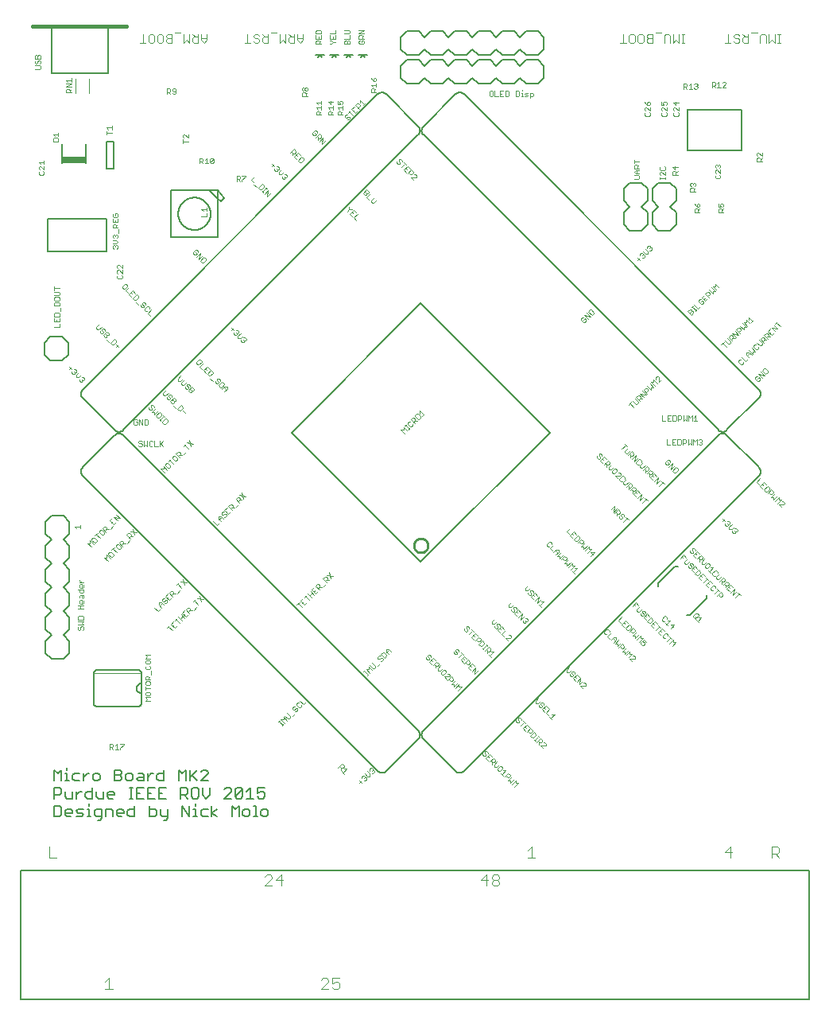
<source format=gto>
G75*
%MOIN*%
%OFA0B0*%
%FSLAX25Y25*%
%IPPOS*%
%LPD*%
%AMOC8*
5,1,8,0,0,1.08239X$1,22.5*
%
%ADD10C,0.00400*%
%ADD11C,0.00200*%
%ADD12C,0.00500*%
%ADD13C,0.01000*%
%ADD14C,0.00800*%
%ADD15C,0.00600*%
%ADD16C,0.01600*%
%ADD17R,0.09646X0.02657*%
%ADD18C,0.01000*%
D10*
X0062255Y0076003D02*
X0065324Y0076003D01*
X0062255Y0076003D02*
X0062255Y0080607D01*
X0087412Y0025489D02*
X0087412Y0020885D01*
X0088946Y0020885D02*
X0085877Y0020885D01*
X0085877Y0023954D02*
X0087412Y0025489D01*
X0152806Y0064192D02*
X0155876Y0067261D01*
X0155876Y0068029D01*
X0155108Y0068796D01*
X0153574Y0068796D01*
X0152806Y0068029D01*
X0152806Y0064192D02*
X0155876Y0064192D01*
X0157410Y0066494D02*
X0159712Y0068796D01*
X0159712Y0064192D01*
X0160480Y0066494D02*
X0157410Y0066494D01*
X0177196Y0025489D02*
X0176428Y0024722D01*
X0177196Y0025489D02*
X0178730Y0025489D01*
X0179498Y0024722D01*
X0179498Y0023954D01*
X0176428Y0020885D01*
X0179498Y0020885D01*
X0181032Y0021652D02*
X0181800Y0020885D01*
X0183334Y0020885D01*
X0184102Y0021652D01*
X0184102Y0023187D01*
X0183334Y0023954D01*
X0182567Y0023954D01*
X0181032Y0023187D01*
X0181032Y0025489D01*
X0184102Y0025489D01*
X0243357Y0066494D02*
X0246427Y0066494D01*
X0247961Y0065727D02*
X0248729Y0066494D01*
X0250263Y0066494D01*
X0251031Y0065727D01*
X0251031Y0064959D01*
X0250263Y0064192D01*
X0248729Y0064192D01*
X0247961Y0064959D01*
X0247961Y0065727D01*
X0248729Y0066494D02*
X0247961Y0067261D01*
X0247961Y0068029D01*
X0248729Y0068796D01*
X0250263Y0068796D01*
X0251031Y0068029D01*
X0251031Y0067261D01*
X0250263Y0066494D01*
X0245659Y0064192D02*
X0245659Y0068796D01*
X0243357Y0066494D01*
X0263043Y0076003D02*
X0266112Y0076003D01*
X0264577Y0076003D02*
X0264577Y0080607D01*
X0263043Y0079072D01*
X0345720Y0078305D02*
X0348789Y0078305D01*
X0348022Y0076003D02*
X0348022Y0080607D01*
X0345720Y0078305D01*
X0365405Y0077538D02*
X0367707Y0077538D01*
X0368474Y0078305D01*
X0368474Y0079840D01*
X0367707Y0080607D01*
X0365405Y0080607D01*
X0365405Y0076003D01*
X0366939Y0077538D02*
X0368474Y0076003D01*
X0368444Y0417445D02*
X0368444Y0421048D01*
X0369044Y0421048D02*
X0367843Y0421048D01*
X0366589Y0421048D02*
X0366589Y0417445D01*
X0365388Y0418646D01*
X0364187Y0417445D01*
X0364187Y0421048D01*
X0362906Y0420448D02*
X0362906Y0417445D01*
X0360503Y0417445D02*
X0360503Y0420448D01*
X0361104Y0421048D01*
X0362305Y0421048D01*
X0362906Y0420448D01*
X0359222Y0421649D02*
X0356820Y0421649D01*
X0355539Y0421048D02*
X0355539Y0417445D01*
X0353738Y0417445D01*
X0353137Y0418045D01*
X0353137Y0419246D01*
X0353738Y0419847D01*
X0355539Y0419847D01*
X0354338Y0419847D02*
X0353137Y0421048D01*
X0351856Y0420448D02*
X0351256Y0421048D01*
X0350055Y0421048D01*
X0349454Y0420448D01*
X0349454Y0419847D01*
X0350055Y0419246D01*
X0351256Y0419246D01*
X0351856Y0418646D01*
X0351856Y0418045D01*
X0351256Y0417445D01*
X0350055Y0417445D01*
X0349454Y0418045D01*
X0348173Y0417445D02*
X0345771Y0417445D01*
X0346972Y0417445D02*
X0346972Y0421048D01*
X0328794Y0421048D02*
X0327593Y0421048D01*
X0328194Y0421048D02*
X0328194Y0417445D01*
X0328794Y0417445D02*
X0327593Y0417445D01*
X0326339Y0417445D02*
X0325138Y0418646D01*
X0323937Y0417445D01*
X0323937Y0421048D01*
X0322656Y0420448D02*
X0322055Y0421048D01*
X0320854Y0421048D01*
X0320253Y0420448D01*
X0320253Y0417445D01*
X0322656Y0417445D02*
X0322656Y0420448D01*
X0326339Y0421048D02*
X0326339Y0417445D01*
X0318972Y0421649D02*
X0316570Y0421649D01*
X0315289Y0421048D02*
X0313488Y0421048D01*
X0312887Y0420448D01*
X0312887Y0419847D01*
X0313488Y0419246D01*
X0315289Y0419246D01*
X0315289Y0417445D02*
X0315289Y0421048D01*
X0313488Y0419246D02*
X0312887Y0418646D01*
X0312887Y0418045D01*
X0313488Y0417445D01*
X0315289Y0417445D01*
X0311606Y0418045D02*
X0311606Y0420448D01*
X0311006Y0421048D01*
X0309805Y0421048D01*
X0309204Y0420448D01*
X0309204Y0418045D01*
X0309805Y0417445D01*
X0311006Y0417445D01*
X0311606Y0418045D01*
X0307923Y0418045D02*
X0307923Y0420448D01*
X0307322Y0421048D01*
X0306121Y0421048D01*
X0305521Y0420448D01*
X0305521Y0418045D01*
X0306121Y0417445D01*
X0307322Y0417445D01*
X0307923Y0418045D01*
X0304240Y0417445D02*
X0301838Y0417445D01*
X0303039Y0417445D02*
X0303039Y0421048D01*
X0367843Y0417445D02*
X0369044Y0417445D01*
X0168794Y0418646D02*
X0167593Y0417445D01*
X0166392Y0418646D01*
X0166392Y0421048D01*
X0165111Y0421048D02*
X0165111Y0417445D01*
X0163309Y0417445D01*
X0162709Y0418045D01*
X0162709Y0419246D01*
X0163309Y0419847D01*
X0165111Y0419847D01*
X0163910Y0419847D02*
X0162709Y0421048D01*
X0161428Y0421048D02*
X0161428Y0417445D01*
X0160227Y0418646D01*
X0159026Y0417445D01*
X0159026Y0421048D01*
X0157745Y0421649D02*
X0155343Y0421649D01*
X0154062Y0421048D02*
X0154062Y0417445D01*
X0152260Y0417445D01*
X0151659Y0418045D01*
X0151659Y0419246D01*
X0152260Y0419847D01*
X0154062Y0419847D01*
X0152860Y0419847D02*
X0151659Y0421048D01*
X0150378Y0420448D02*
X0149778Y0421048D01*
X0148577Y0421048D01*
X0147976Y0420448D01*
X0147976Y0419847D01*
X0148577Y0419246D01*
X0149778Y0419246D01*
X0150378Y0418646D01*
X0150378Y0418045D01*
X0149778Y0417445D01*
X0148577Y0417445D01*
X0147976Y0418045D01*
X0146695Y0417445D02*
X0144293Y0417445D01*
X0145494Y0417445D02*
X0145494Y0421048D01*
X0128544Y0421048D02*
X0128544Y0418646D01*
X0127343Y0417445D01*
X0126142Y0418646D01*
X0126142Y0421048D01*
X0124861Y0421048D02*
X0124861Y0417445D01*
X0123059Y0417445D01*
X0122459Y0418045D01*
X0122459Y0419246D01*
X0123059Y0419847D01*
X0124861Y0419847D01*
X0123660Y0419847D02*
X0122459Y0421048D01*
X0121178Y0421048D02*
X0121178Y0417445D01*
X0119977Y0418646D01*
X0118776Y0417445D01*
X0118776Y0421048D01*
X0117495Y0421649D02*
X0115093Y0421649D01*
X0113812Y0421048D02*
X0113812Y0417445D01*
X0112010Y0417445D01*
X0111409Y0418045D01*
X0111409Y0418646D01*
X0112010Y0419246D01*
X0113812Y0419246D01*
X0112010Y0419246D02*
X0111409Y0419847D01*
X0111409Y0420448D01*
X0112010Y0421048D01*
X0113812Y0421048D01*
X0110128Y0420448D02*
X0110128Y0418045D01*
X0109528Y0417445D01*
X0108327Y0417445D01*
X0107726Y0418045D01*
X0107726Y0420448D01*
X0108327Y0421048D01*
X0109528Y0421048D01*
X0110128Y0420448D01*
X0106445Y0420448D02*
X0106445Y0418045D01*
X0105845Y0417445D01*
X0104644Y0417445D01*
X0104043Y0418045D01*
X0104043Y0420448D01*
X0104644Y0421048D01*
X0105845Y0421048D01*
X0106445Y0420448D01*
X0102762Y0417445D02*
X0100360Y0417445D01*
X0101561Y0417445D02*
X0101561Y0421048D01*
X0079197Y0402201D02*
X0079197Y0396295D01*
X0073291Y0396295D02*
X0073291Y0402201D01*
X0126142Y0419246D02*
X0128544Y0419246D01*
X0166392Y0419246D02*
X0168794Y0419246D01*
X0168794Y0418646D02*
X0168794Y0421048D01*
D11*
X0174192Y0421268D02*
X0174192Y0422369D01*
X0174559Y0422736D01*
X0176027Y0422736D01*
X0176394Y0422369D01*
X0176394Y0421268D01*
X0174192Y0421268D01*
X0174192Y0420526D02*
X0174192Y0419058D01*
X0176394Y0419058D01*
X0176394Y0420526D01*
X0175293Y0419792D02*
X0175293Y0419058D01*
X0175293Y0418316D02*
X0175660Y0417949D01*
X0175660Y0416848D01*
X0175660Y0417582D02*
X0176394Y0418316D01*
X0175293Y0418316D02*
X0174559Y0418316D01*
X0174192Y0417949D01*
X0174192Y0416848D01*
X0176394Y0416848D01*
X0180192Y0416848D02*
X0180559Y0416848D01*
X0181293Y0417582D01*
X0182394Y0417582D01*
X0181293Y0417582D02*
X0180559Y0418316D01*
X0180192Y0418316D01*
X0180192Y0419058D02*
X0182394Y0419058D01*
X0182394Y0420526D01*
X0182394Y0421268D02*
X0182394Y0422736D01*
X0182394Y0421268D02*
X0180192Y0421268D01*
X0180192Y0420526D02*
X0180192Y0419058D01*
X0181293Y0419058D02*
X0181293Y0419792D01*
X0186192Y0419058D02*
X0188394Y0419058D01*
X0188394Y0420526D01*
X0188027Y0421268D02*
X0188394Y0421635D01*
X0188394Y0422369D01*
X0188027Y0422736D01*
X0186192Y0422736D01*
X0186192Y0421268D02*
X0188027Y0421268D01*
X0188027Y0418316D02*
X0188394Y0417949D01*
X0188394Y0416848D01*
X0186192Y0416848D01*
X0186192Y0417949D01*
X0186559Y0418316D01*
X0186926Y0418316D01*
X0187293Y0417949D01*
X0187293Y0416848D01*
X0187293Y0417949D02*
X0187660Y0418316D01*
X0188027Y0418316D01*
X0192192Y0417949D02*
X0192192Y0417215D01*
X0192559Y0416848D01*
X0194027Y0416848D01*
X0194394Y0417215D01*
X0194394Y0417949D01*
X0194027Y0418316D01*
X0193293Y0418316D01*
X0193293Y0417582D01*
X0192559Y0418316D02*
X0192192Y0417949D01*
X0192192Y0419058D02*
X0192192Y0420159D01*
X0192559Y0420526D01*
X0193293Y0420526D01*
X0193660Y0420159D01*
X0193660Y0419058D01*
X0193660Y0419792D02*
X0194394Y0420526D01*
X0194394Y0421268D02*
X0192192Y0421268D01*
X0194394Y0422736D01*
X0192192Y0422736D01*
X0192192Y0419058D02*
X0194394Y0419058D01*
X0197342Y0402606D02*
X0197709Y0401872D01*
X0198443Y0401138D01*
X0198443Y0402239D01*
X0198810Y0402606D01*
X0199177Y0402606D01*
X0199544Y0402239D01*
X0199544Y0401505D01*
X0199177Y0401138D01*
X0198443Y0401138D01*
X0199544Y0400396D02*
X0199544Y0398928D01*
X0199544Y0399662D02*
X0197342Y0399662D01*
X0198076Y0398928D01*
X0197709Y0398186D02*
X0198443Y0398186D01*
X0198810Y0397819D01*
X0198810Y0396718D01*
X0199544Y0396718D02*
X0197342Y0396718D01*
X0197342Y0397819D01*
X0197709Y0398186D01*
X0198810Y0397452D02*
X0199544Y0398186D01*
X0194916Y0392168D02*
X0193878Y0391130D01*
X0194397Y0391649D02*
X0192840Y0393206D01*
X0192840Y0392168D01*
X0192056Y0391903D02*
X0192575Y0391384D01*
X0192575Y0390865D01*
X0191797Y0390086D01*
X0192316Y0389567D02*
X0190759Y0391124D01*
X0191537Y0391903D01*
X0192056Y0391903D01*
X0190234Y0390599D02*
X0189196Y0389561D01*
X0190753Y0388004D01*
X0191791Y0389042D01*
X0190494Y0389302D02*
X0189975Y0388783D01*
X0188672Y0389037D02*
X0187634Y0387999D01*
X0188153Y0388518D02*
X0189710Y0386961D01*
X0188406Y0386177D02*
X0188406Y0385658D01*
X0187887Y0385139D01*
X0187369Y0385139D01*
X0187109Y0385917D02*
X0187628Y0386436D01*
X0188147Y0386436D01*
X0188406Y0386177D01*
X0187109Y0385917D02*
X0186590Y0385917D01*
X0186331Y0386177D01*
X0186331Y0386696D01*
X0186850Y0387215D01*
X0187369Y0387215D01*
X0185544Y0387218D02*
X0183342Y0387218D01*
X0183342Y0388319D01*
X0183709Y0388686D01*
X0184443Y0388686D01*
X0184810Y0388319D01*
X0184810Y0387218D01*
X0184810Y0387952D02*
X0185544Y0388686D01*
X0185544Y0389428D02*
X0185544Y0390896D01*
X0185544Y0390162D02*
X0183342Y0390162D01*
X0184076Y0389428D01*
X0184443Y0391638D02*
X0184076Y0392372D01*
X0184076Y0392739D01*
X0184443Y0393106D01*
X0185177Y0393106D01*
X0185544Y0392739D01*
X0185544Y0392005D01*
X0185177Y0391638D01*
X0184443Y0391638D02*
X0183342Y0391638D01*
X0183342Y0393106D01*
X0181544Y0392739D02*
X0179342Y0392739D01*
X0180443Y0391638D01*
X0180443Y0393106D01*
X0181544Y0390896D02*
X0181544Y0389428D01*
X0181544Y0390162D02*
X0179342Y0390162D01*
X0180076Y0389428D01*
X0179709Y0388686D02*
X0180443Y0388686D01*
X0180810Y0388319D01*
X0180810Y0387218D01*
X0181544Y0387218D02*
X0179342Y0387218D01*
X0179342Y0388319D01*
X0179709Y0388686D01*
X0180810Y0387952D02*
X0181544Y0388686D01*
X0176544Y0388686D02*
X0175810Y0387952D01*
X0175810Y0388319D02*
X0175810Y0387218D01*
X0176544Y0387218D02*
X0174342Y0387218D01*
X0174342Y0388319D01*
X0174709Y0388686D01*
X0175443Y0388686D01*
X0175810Y0388319D01*
X0175076Y0389428D02*
X0174342Y0390162D01*
X0176544Y0390162D01*
X0176544Y0389428D02*
X0176544Y0390896D01*
X0176544Y0391638D02*
X0176544Y0393106D01*
X0176544Y0392372D02*
X0174342Y0392372D01*
X0175076Y0391638D01*
X0170644Y0395098D02*
X0168442Y0395098D01*
X0168442Y0396199D01*
X0168809Y0396566D01*
X0169543Y0396566D01*
X0169910Y0396199D01*
X0169910Y0395098D01*
X0169910Y0395832D02*
X0170644Y0396566D01*
X0170277Y0397308D02*
X0169910Y0397308D01*
X0169543Y0397675D01*
X0169543Y0398409D01*
X0169910Y0398776D01*
X0170277Y0398776D01*
X0170644Y0398409D01*
X0170644Y0397675D01*
X0170277Y0397308D01*
X0169543Y0397675D02*
X0169176Y0397308D01*
X0168809Y0397308D01*
X0168442Y0397675D01*
X0168442Y0398409D01*
X0168809Y0398776D01*
X0169176Y0398776D01*
X0169543Y0398409D01*
X0173798Y0380536D02*
X0172760Y0379498D01*
X0172760Y0378979D01*
X0173279Y0378460D01*
X0173798Y0378460D01*
X0174317Y0378979D01*
X0173798Y0379498D01*
X0174836Y0379498D02*
X0174836Y0380017D01*
X0174317Y0380536D01*
X0173798Y0380536D01*
X0175620Y0379233D02*
X0176399Y0378455D01*
X0176399Y0377936D01*
X0175880Y0377417D01*
X0175361Y0377417D01*
X0174582Y0378195D01*
X0174063Y0377676D02*
X0175620Y0379233D01*
X0175101Y0377676D02*
X0175101Y0376638D01*
X0175626Y0376114D02*
X0177183Y0377671D01*
X0176664Y0375076D01*
X0178221Y0376633D01*
X0168961Y0368892D02*
X0168183Y0369671D01*
X0166626Y0368114D01*
X0167404Y0367335D01*
X0167923Y0367335D01*
X0168961Y0368373D01*
X0168961Y0368892D01*
X0167658Y0370195D02*
X0166620Y0371233D01*
X0165063Y0369676D01*
X0166101Y0368638D01*
X0166361Y0369936D02*
X0165842Y0370455D01*
X0165317Y0370979D02*
X0164798Y0370979D01*
X0164020Y0371758D01*
X0164539Y0371239D02*
X0164539Y0370201D01*
X0165317Y0370979D02*
X0165836Y0371498D01*
X0165836Y0372017D01*
X0165058Y0372796D01*
X0163501Y0371239D01*
X0158317Y0365536D02*
X0158836Y0365017D01*
X0158836Y0364498D01*
X0158576Y0364239D01*
X0158057Y0364239D01*
X0158057Y0363720D01*
X0157798Y0363460D01*
X0157279Y0363460D01*
X0156760Y0363979D01*
X0156760Y0364498D01*
X0157798Y0364498D02*
X0158057Y0364239D01*
X0158582Y0363195D02*
X0158582Y0362157D01*
X0159620Y0362157D01*
X0160658Y0363195D01*
X0160923Y0362411D02*
X0161442Y0362411D01*
X0161961Y0361892D01*
X0161961Y0361373D01*
X0161702Y0361114D01*
X0161183Y0361114D01*
X0161183Y0360595D01*
X0160923Y0360335D01*
X0160404Y0360335D01*
X0159885Y0360854D01*
X0159885Y0361373D01*
X0160923Y0361373D02*
X0161183Y0361114D01*
X0158582Y0363195D02*
X0159620Y0364233D01*
X0158317Y0365536D02*
X0157798Y0365536D01*
X0156754Y0365542D02*
X0155716Y0366580D01*
X0156754Y0366580D02*
X0155716Y0365542D01*
X0148453Y0361400D02*
X0146896Y0359843D01*
X0147934Y0358805D01*
X0148199Y0358021D02*
X0149237Y0356983D01*
X0150021Y0356718D02*
X0150800Y0355939D01*
X0151319Y0355939D01*
X0152357Y0356977D01*
X0152357Y0357496D01*
X0151578Y0358275D01*
X0150021Y0356718D01*
X0151584Y0355155D02*
X0152103Y0354636D01*
X0151844Y0354896D02*
X0153400Y0356453D01*
X0153141Y0356712D02*
X0153660Y0356193D01*
X0154183Y0355671D02*
X0153664Y0353076D01*
X0155221Y0354633D01*
X0154183Y0355671D02*
X0152626Y0354114D01*
X0144602Y0361283D02*
X0143134Y0359815D01*
X0143134Y0359448D01*
X0142392Y0359448D02*
X0141658Y0360182D01*
X0142025Y0360182D02*
X0140924Y0360182D01*
X0140924Y0359448D02*
X0140924Y0361650D01*
X0142025Y0361650D01*
X0142392Y0361283D01*
X0142392Y0360549D01*
X0142025Y0360182D01*
X0143134Y0361650D02*
X0144602Y0361650D01*
X0144602Y0361283D01*
X0131232Y0367215D02*
X0130865Y0366848D01*
X0130131Y0366848D01*
X0129764Y0367215D01*
X0131232Y0368683D01*
X0131232Y0367215D01*
X0131232Y0368683D02*
X0130865Y0369050D01*
X0130131Y0369050D01*
X0129764Y0368683D01*
X0129764Y0367215D01*
X0129022Y0366848D02*
X0127554Y0366848D01*
X0128288Y0366848D02*
X0128288Y0369050D01*
X0127554Y0368316D01*
X0126812Y0368683D02*
X0126812Y0367949D01*
X0126445Y0367582D01*
X0125344Y0367582D01*
X0125344Y0366848D02*
X0125344Y0369050D01*
X0126445Y0369050D01*
X0126812Y0368683D01*
X0126078Y0367582D02*
X0126812Y0366848D01*
X0120644Y0376082D02*
X0118442Y0376082D01*
X0118442Y0375348D02*
X0118442Y0376816D01*
X0118809Y0377558D02*
X0118442Y0377925D01*
X0118442Y0378659D01*
X0118809Y0379026D01*
X0119176Y0379026D01*
X0120644Y0377558D01*
X0120644Y0379026D01*
X0114985Y0395948D02*
X0114251Y0395948D01*
X0113884Y0396315D01*
X0114251Y0397049D02*
X0115352Y0397049D01*
X0115352Y0397783D02*
X0114985Y0398150D01*
X0114251Y0398150D01*
X0113884Y0397783D01*
X0113884Y0397416D01*
X0114251Y0397049D01*
X0113142Y0397049D02*
X0112775Y0396682D01*
X0111674Y0396682D01*
X0111674Y0395948D02*
X0111674Y0398150D01*
X0112775Y0398150D01*
X0113142Y0397783D01*
X0113142Y0397049D01*
X0112408Y0396682D02*
X0113142Y0395948D01*
X0114985Y0395948D02*
X0115352Y0396315D01*
X0115352Y0397783D01*
X0088644Y0382526D02*
X0088644Y0381058D01*
X0088644Y0381792D02*
X0086442Y0381792D01*
X0087176Y0381058D01*
X0086442Y0380316D02*
X0086442Y0378848D01*
X0086442Y0379582D02*
X0088644Y0379582D01*
X0071644Y0396598D02*
X0069442Y0396598D01*
X0069442Y0397699D01*
X0069809Y0398066D01*
X0070543Y0398066D01*
X0070910Y0397699D01*
X0070910Y0396598D01*
X0070910Y0397332D02*
X0071644Y0398066D01*
X0071644Y0398808D02*
X0069442Y0398808D01*
X0071644Y0400276D01*
X0069442Y0400276D01*
X0070176Y0401018D02*
X0069442Y0401752D01*
X0071644Y0401752D01*
X0071644Y0401018D02*
X0071644Y0402486D01*
X0058644Y0406715D02*
X0058644Y0407449D01*
X0058277Y0407816D01*
X0056442Y0407816D01*
X0056809Y0408558D02*
X0057176Y0408558D01*
X0057543Y0408925D01*
X0057543Y0409659D01*
X0057910Y0410026D01*
X0058277Y0410026D01*
X0058644Y0409659D01*
X0058644Y0408925D01*
X0058277Y0408558D01*
X0056809Y0408558D02*
X0056442Y0408925D01*
X0056442Y0409659D01*
X0056809Y0410026D01*
X0056442Y0410768D02*
X0056442Y0411869D01*
X0056809Y0412236D01*
X0057176Y0412236D01*
X0057543Y0411869D01*
X0057543Y0410768D01*
X0057543Y0411869D02*
X0057910Y0412236D01*
X0058277Y0412236D01*
X0058644Y0411869D01*
X0058644Y0410768D01*
X0056442Y0410768D01*
X0056442Y0406348D02*
X0058277Y0406348D01*
X0058644Y0406715D01*
X0066144Y0379776D02*
X0066144Y0378308D01*
X0066144Y0379042D02*
X0063942Y0379042D01*
X0064676Y0378308D01*
X0064309Y0377566D02*
X0063942Y0377199D01*
X0063942Y0376098D01*
X0066144Y0376098D01*
X0066144Y0377199D01*
X0065777Y0377566D01*
X0064309Y0377566D01*
X0060144Y0367986D02*
X0060144Y0366518D01*
X0060144Y0367252D02*
X0057942Y0367252D01*
X0058676Y0366518D01*
X0058676Y0365776D02*
X0058309Y0365776D01*
X0057942Y0365409D01*
X0057942Y0364675D01*
X0058309Y0364308D01*
X0058309Y0363566D02*
X0057942Y0363199D01*
X0057942Y0362465D01*
X0058309Y0362098D01*
X0059777Y0362098D01*
X0060144Y0362465D01*
X0060144Y0363199D01*
X0059777Y0363566D01*
X0060144Y0364308D02*
X0058676Y0365776D01*
X0060144Y0365776D02*
X0060144Y0364308D01*
X0088942Y0345458D02*
X0088942Y0344724D01*
X0089309Y0344357D01*
X0090777Y0344357D01*
X0091144Y0344724D01*
X0091144Y0345458D01*
X0090777Y0345825D01*
X0090043Y0345825D01*
X0090043Y0345091D01*
X0089309Y0345825D02*
X0088942Y0345458D01*
X0088942Y0343615D02*
X0088942Y0342147D01*
X0091144Y0342147D01*
X0091144Y0343615D01*
X0090043Y0342881D02*
X0090043Y0342147D01*
X0090043Y0341405D02*
X0090410Y0341038D01*
X0090410Y0339938D01*
X0090410Y0340672D02*
X0091144Y0341405D01*
X0090043Y0341405D02*
X0089309Y0341405D01*
X0088942Y0341038D01*
X0088942Y0339938D01*
X0091144Y0339938D01*
X0091511Y0339196D02*
X0091511Y0337728D01*
X0090777Y0336986D02*
X0091144Y0336619D01*
X0091144Y0335885D01*
X0090777Y0335518D01*
X0090410Y0334776D02*
X0088942Y0334776D01*
X0089309Y0335518D02*
X0088942Y0335885D01*
X0088942Y0336619D01*
X0089309Y0336986D01*
X0089676Y0336986D01*
X0090043Y0336619D01*
X0090410Y0336986D01*
X0090777Y0336986D01*
X0090043Y0336619D02*
X0090043Y0336252D01*
X0090410Y0334776D02*
X0091144Y0334042D01*
X0090410Y0333308D01*
X0088942Y0333308D01*
X0089309Y0332566D02*
X0089676Y0332566D01*
X0090043Y0332199D01*
X0090410Y0332566D01*
X0090777Y0332566D01*
X0091144Y0332199D01*
X0091144Y0331465D01*
X0090777Y0331098D01*
X0090043Y0331832D02*
X0090043Y0332199D01*
X0089309Y0332566D02*
X0088942Y0332199D01*
X0088942Y0331465D01*
X0089309Y0331098D01*
X0091209Y0324356D02*
X0090842Y0323989D01*
X0090842Y0323255D01*
X0091209Y0322888D01*
X0091209Y0322146D02*
X0090842Y0321779D01*
X0090842Y0321045D01*
X0091209Y0320678D01*
X0091209Y0319936D02*
X0090842Y0319569D01*
X0090842Y0318835D01*
X0091209Y0318468D01*
X0092677Y0318468D01*
X0093044Y0318835D01*
X0093044Y0319569D01*
X0092677Y0319936D01*
X0093044Y0320678D02*
X0091576Y0322146D01*
X0091209Y0322146D01*
X0093044Y0322146D02*
X0093044Y0320678D01*
X0093044Y0322888D02*
X0091576Y0324356D01*
X0091209Y0324356D01*
X0093044Y0324356D02*
X0093044Y0322888D01*
X0093985Y0316349D02*
X0092947Y0315311D01*
X0092947Y0314792D01*
X0093466Y0314274D01*
X0093985Y0314274D01*
X0095023Y0315311D01*
X0095023Y0315830D01*
X0094504Y0316349D01*
X0093985Y0316349D01*
X0095807Y0315046D02*
X0094250Y0313489D01*
X0095288Y0312451D01*
X0095813Y0311927D02*
X0096851Y0310889D01*
X0097375Y0310364D02*
X0098154Y0309586D01*
X0098673Y0309586D01*
X0099711Y0310624D01*
X0099711Y0311143D01*
X0098932Y0311921D01*
X0097375Y0310364D01*
X0097110Y0312186D02*
X0096591Y0312705D01*
X0095813Y0311927D02*
X0097370Y0313484D01*
X0098408Y0312446D01*
X0098678Y0308542D02*
X0099716Y0307504D01*
X0100760Y0307498D02*
X0100760Y0306979D01*
X0101279Y0306460D01*
X0101798Y0306460D01*
X0102057Y0306720D01*
X0102057Y0307239D01*
X0101538Y0307758D01*
X0101538Y0308277D01*
X0101798Y0308536D01*
X0102317Y0308536D01*
X0102836Y0308017D01*
X0102836Y0307498D01*
X0103361Y0306974D02*
X0102323Y0305936D01*
X0102323Y0305417D01*
X0102842Y0304898D01*
X0103361Y0304898D01*
X0103626Y0304114D02*
X0104664Y0303076D01*
X0103626Y0304114D02*
X0105183Y0305671D01*
X0104399Y0305936D02*
X0104399Y0306455D01*
X0103880Y0306974D01*
X0103361Y0306974D01*
X0089620Y0293233D02*
X0090399Y0292455D01*
X0090399Y0291936D01*
X0089361Y0290898D01*
X0088842Y0290898D01*
X0088063Y0291676D01*
X0089620Y0293233D01*
X0090404Y0290892D02*
X0091442Y0289854D01*
X0091442Y0290892D02*
X0090404Y0289854D01*
X0087279Y0291941D02*
X0086241Y0292979D01*
X0086235Y0294023D02*
X0085716Y0294023D01*
X0084938Y0294801D01*
X0086495Y0296358D01*
X0087273Y0295580D01*
X0087273Y0295061D01*
X0087014Y0294801D01*
X0086495Y0294801D01*
X0085716Y0295580D01*
X0084932Y0295845D02*
X0084673Y0295586D01*
X0084154Y0295586D01*
X0083635Y0296105D01*
X0083635Y0296624D01*
X0083110Y0297148D02*
X0084408Y0298446D01*
X0084673Y0297662D02*
X0084413Y0297402D01*
X0084413Y0296883D01*
X0084932Y0296364D01*
X0084932Y0295845D01*
X0085711Y0296624D02*
X0085711Y0297143D01*
X0085192Y0297662D01*
X0084673Y0297662D01*
X0083110Y0297148D02*
X0082591Y0297148D01*
X0082072Y0297667D01*
X0082072Y0298186D01*
X0083370Y0299484D01*
X0086495Y0294801D02*
X0086495Y0294282D01*
X0086235Y0294023D01*
X0073317Y0280536D02*
X0073836Y0280017D01*
X0073836Y0279498D01*
X0073576Y0279239D01*
X0073057Y0279239D01*
X0073057Y0278720D01*
X0072798Y0278460D01*
X0072279Y0278460D01*
X0071760Y0278979D01*
X0071760Y0279498D01*
X0072798Y0279498D02*
X0073057Y0279239D01*
X0073582Y0278195D02*
X0073582Y0277157D01*
X0074620Y0277157D01*
X0075658Y0278195D01*
X0075923Y0277411D02*
X0076442Y0277411D01*
X0076961Y0276892D01*
X0076961Y0276373D01*
X0076702Y0276114D01*
X0076183Y0276114D01*
X0076183Y0275595D01*
X0075923Y0275335D01*
X0075404Y0275335D01*
X0074885Y0275854D01*
X0074885Y0276373D01*
X0075923Y0276373D02*
X0076183Y0276114D01*
X0073582Y0278195D02*
X0074620Y0279233D01*
X0073317Y0280536D02*
X0072798Y0280536D01*
X0071754Y0280542D02*
X0070716Y0281580D01*
X0071754Y0281580D02*
X0070716Y0280542D01*
X0066583Y0298287D02*
X0064382Y0298287D01*
X0066583Y0298287D02*
X0066583Y0299755D01*
X0066583Y0300497D02*
X0066583Y0301965D01*
X0066583Y0302707D02*
X0066583Y0303808D01*
X0066216Y0304175D01*
X0064749Y0304175D01*
X0064382Y0303808D01*
X0064382Y0302707D01*
X0066583Y0302707D01*
X0065482Y0301231D02*
X0065482Y0300497D01*
X0064382Y0300497D02*
X0066583Y0300497D01*
X0064382Y0300497D02*
X0064382Y0301965D01*
X0066950Y0304917D02*
X0066950Y0306385D01*
X0066583Y0307127D02*
X0066583Y0308228D01*
X0066216Y0308595D01*
X0064749Y0308595D01*
X0064382Y0308228D01*
X0064382Y0307127D01*
X0066583Y0307127D01*
X0066216Y0309337D02*
X0064749Y0309337D01*
X0064382Y0309704D01*
X0064382Y0310438D01*
X0064749Y0310805D01*
X0066216Y0310805D01*
X0066583Y0310438D01*
X0066583Y0309704D01*
X0066216Y0309337D01*
X0066216Y0311547D02*
X0066583Y0311914D01*
X0066583Y0312648D01*
X0066216Y0313015D01*
X0064382Y0313015D01*
X0064382Y0313757D02*
X0064382Y0315224D01*
X0064382Y0314490D02*
X0066583Y0314490D01*
X0066216Y0311547D02*
X0064382Y0311547D01*
X0105183Y0265545D02*
X0104923Y0265286D01*
X0104923Y0264767D01*
X0105442Y0264248D01*
X0105442Y0263729D01*
X0105183Y0263470D01*
X0104664Y0263470D01*
X0104145Y0263989D01*
X0104145Y0264508D01*
X0105183Y0265545D02*
X0105702Y0265545D01*
X0106221Y0265027D01*
X0106221Y0264508D01*
X0107005Y0264242D02*
X0105448Y0262685D01*
X0106486Y0262685D01*
X0106486Y0261647D01*
X0108043Y0263204D01*
X0108568Y0262680D02*
X0107011Y0261123D01*
X0107789Y0260344D01*
X0108308Y0260344D01*
X0109346Y0261382D01*
X0109346Y0261901D01*
X0108568Y0262680D01*
X0110130Y0261117D02*
X0110649Y0260598D01*
X0110390Y0260858D02*
X0108833Y0259301D01*
X0108573Y0259560D02*
X0109092Y0259041D01*
X0109875Y0258778D02*
X0109875Y0258259D01*
X0110394Y0257740D01*
X0110913Y0257740D01*
X0111951Y0258778D01*
X0111951Y0259297D01*
X0111432Y0259816D01*
X0110913Y0259816D01*
X0109875Y0258778D01*
X0103732Y0259183D02*
X0103732Y0257715D01*
X0103365Y0257348D01*
X0102264Y0257348D01*
X0102264Y0259550D01*
X0103365Y0259550D01*
X0103732Y0259183D01*
X0101522Y0259550D02*
X0101522Y0257348D01*
X0100054Y0259550D01*
X0100054Y0257348D01*
X0099312Y0257715D02*
X0099312Y0258449D01*
X0098578Y0258449D01*
X0097844Y0259183D02*
X0097844Y0257715D01*
X0098211Y0257348D01*
X0098945Y0257348D01*
X0099312Y0257715D01*
X0099312Y0259183D02*
X0098945Y0259550D01*
X0098211Y0259550D01*
X0097844Y0259183D01*
X0100211Y0250550D02*
X0099844Y0250183D01*
X0099844Y0249816D01*
X0100211Y0249449D01*
X0100945Y0249449D01*
X0101312Y0249082D01*
X0101312Y0248715D01*
X0100945Y0248348D01*
X0100211Y0248348D01*
X0099844Y0248715D01*
X0100211Y0250550D02*
X0100945Y0250550D01*
X0101312Y0250183D01*
X0102054Y0250550D02*
X0102054Y0248348D01*
X0102788Y0249082D01*
X0103522Y0248348D01*
X0103522Y0250550D01*
X0104264Y0250183D02*
X0104264Y0248715D01*
X0104631Y0248348D01*
X0105365Y0248348D01*
X0105732Y0248715D01*
X0106474Y0248348D02*
X0107942Y0248348D01*
X0108684Y0248348D02*
X0108684Y0250550D01*
X0109051Y0249449D02*
X0110152Y0248348D01*
X0108684Y0249082D02*
X0110152Y0250550D01*
X0106474Y0250550D02*
X0106474Y0248348D01*
X0105732Y0250183D02*
X0105365Y0250550D01*
X0104631Y0250550D01*
X0104264Y0250183D01*
X0112312Y0242072D02*
X0113350Y0243110D01*
X0112831Y0242591D02*
X0114388Y0241034D01*
X0115172Y0242337D02*
X0114134Y0243375D01*
X0114134Y0243894D01*
X0114653Y0244413D01*
X0115172Y0244413D01*
X0116210Y0243375D01*
X0116210Y0242856D01*
X0115691Y0242337D01*
X0115172Y0242337D01*
X0116476Y0244159D02*
X0117254Y0244937D01*
X0117254Y0245456D01*
X0116735Y0245975D01*
X0116216Y0245975D01*
X0115438Y0245197D01*
X0116995Y0243640D01*
X0116995Y0244678D02*
X0118033Y0244678D01*
X0118817Y0244943D02*
X0119855Y0245981D01*
X0120639Y0247284D02*
X0119082Y0248841D01*
X0118563Y0248322D02*
X0119601Y0249360D01*
X0120125Y0249885D02*
X0122720Y0249366D01*
X0121682Y0248328D02*
X0121163Y0250923D01*
X0119515Y0262175D02*
X0118477Y0263213D01*
X0117433Y0263219D02*
X0118471Y0264257D01*
X0118471Y0264776D01*
X0117693Y0265554D01*
X0116136Y0263998D01*
X0116914Y0263219D01*
X0117433Y0263219D01*
X0115352Y0264263D02*
X0114314Y0265301D01*
X0114308Y0266344D02*
X0113789Y0266344D01*
X0113011Y0267123D01*
X0114568Y0268680D01*
X0115346Y0267901D01*
X0115346Y0267382D01*
X0115087Y0267123D01*
X0114568Y0267123D01*
X0113789Y0267901D01*
X0113005Y0268166D02*
X0112746Y0267907D01*
X0112227Y0267907D01*
X0111708Y0268426D01*
X0111708Y0268945D01*
X0111183Y0269470D02*
X0112480Y0270767D01*
X0112746Y0269983D02*
X0112486Y0269723D01*
X0112486Y0269204D01*
X0113005Y0268685D01*
X0113005Y0268166D01*
X0113784Y0268945D02*
X0113784Y0269464D01*
X0113265Y0269983D01*
X0112746Y0269983D01*
X0111183Y0269470D02*
X0110664Y0269470D01*
X0110145Y0269989D01*
X0110145Y0270508D01*
X0111442Y0271805D01*
X0114568Y0267123D02*
X0114568Y0266604D01*
X0114308Y0266344D01*
X0119789Y0272344D02*
X0119270Y0272863D01*
X0119270Y0273382D01*
X0118746Y0273907D02*
X0120043Y0275204D01*
X0120308Y0274420D02*
X0120049Y0274161D01*
X0120049Y0273642D01*
X0120568Y0273123D01*
X0120568Y0272604D01*
X0120308Y0272344D01*
X0119789Y0272344D01*
X0120573Y0271560D02*
X0122130Y0273117D01*
X0122909Y0272339D01*
X0122909Y0271820D01*
X0122649Y0271560D01*
X0122130Y0271560D01*
X0121352Y0272339D01*
X0121346Y0273382D02*
X0121346Y0273901D01*
X0120827Y0274420D01*
X0120308Y0274420D01*
X0118746Y0273907D02*
X0118227Y0273907D01*
X0117708Y0274426D01*
X0117708Y0274945D01*
X0119005Y0276242D01*
X0118480Y0276767D02*
X0117442Y0275729D01*
X0116404Y0275729D01*
X0116404Y0276767D01*
X0117442Y0277805D01*
X0120573Y0271560D02*
X0121352Y0270782D01*
X0121871Y0270782D01*
X0122130Y0271041D01*
X0122130Y0271560D01*
X0129876Y0276738D02*
X0130914Y0275700D01*
X0131958Y0275694D02*
X0131958Y0275175D01*
X0132477Y0274656D01*
X0132996Y0274656D01*
X0133256Y0274916D01*
X0133256Y0275435D01*
X0132737Y0275954D01*
X0132737Y0276473D01*
X0132996Y0276732D01*
X0133515Y0276732D01*
X0134034Y0276213D01*
X0134034Y0275694D01*
X0134818Y0275429D02*
X0135597Y0274651D01*
X0135597Y0274132D01*
X0134559Y0273094D01*
X0134040Y0273094D01*
X0133261Y0273872D01*
X0134818Y0275429D01*
X0135862Y0273348D02*
X0136900Y0273348D01*
X0136900Y0272310D01*
X0135862Y0271272D01*
X0136640Y0272050D02*
X0135602Y0273088D01*
X0135862Y0273348D02*
X0134824Y0272310D01*
X0129871Y0277782D02*
X0130909Y0278820D01*
X0130909Y0279339D01*
X0130130Y0280117D01*
X0128573Y0278560D01*
X0129352Y0277782D01*
X0129871Y0277782D01*
X0128049Y0279085D02*
X0127011Y0280123D01*
X0128568Y0281680D01*
X0129606Y0280642D01*
X0128308Y0280382D02*
X0127789Y0280901D01*
X0126486Y0280647D02*
X0125448Y0281685D01*
X0127005Y0283242D01*
X0126221Y0283508D02*
X0126221Y0284027D01*
X0125702Y0284545D01*
X0125183Y0284545D01*
X0124145Y0283508D01*
X0124145Y0282989D01*
X0124664Y0282470D01*
X0125183Y0282470D01*
X0126221Y0283508D01*
X0139708Y0295426D02*
X0139708Y0295945D01*
X0139708Y0295426D02*
X0140227Y0294907D01*
X0140746Y0294907D01*
X0141005Y0295166D01*
X0141005Y0295685D01*
X0140746Y0295945D01*
X0141005Y0295685D02*
X0141524Y0295685D01*
X0141784Y0295945D01*
X0141784Y0296464D01*
X0141265Y0296983D01*
X0140746Y0296983D01*
X0139702Y0296989D02*
X0138664Y0298027D01*
X0139702Y0298027D02*
X0138664Y0296989D01*
X0141530Y0294642D02*
X0141530Y0293604D01*
X0142568Y0293604D01*
X0143606Y0294642D01*
X0143871Y0293858D02*
X0144390Y0293858D01*
X0144909Y0293339D01*
X0144909Y0292820D01*
X0144649Y0292560D01*
X0144130Y0292560D01*
X0144130Y0292041D01*
X0143871Y0291782D01*
X0143352Y0291782D01*
X0142833Y0292301D01*
X0142833Y0292820D01*
X0143871Y0292820D02*
X0144130Y0292560D01*
X0141530Y0294642D02*
X0142568Y0295680D01*
X0126923Y0325335D02*
X0127961Y0326373D01*
X0127961Y0326892D01*
X0127183Y0327671D01*
X0125626Y0326114D01*
X0126404Y0325335D01*
X0126923Y0325335D01*
X0125101Y0326638D02*
X0126658Y0328195D01*
X0125620Y0329233D02*
X0125101Y0326638D01*
X0124063Y0327676D02*
X0125620Y0329233D01*
X0124836Y0329498D02*
X0124836Y0330017D01*
X0124317Y0330536D01*
X0123798Y0330536D01*
X0122760Y0329498D01*
X0122760Y0328979D01*
X0123279Y0328460D01*
X0123798Y0328460D01*
X0124317Y0328979D01*
X0123798Y0329498D01*
X0126192Y0344598D02*
X0128394Y0344598D01*
X0128394Y0346066D01*
X0128394Y0346808D02*
X0128394Y0348276D01*
X0128394Y0347542D02*
X0126192Y0347542D01*
X0126926Y0346808D01*
X0187404Y0346729D02*
X0188183Y0347508D01*
X0189221Y0347508D01*
X0189480Y0347767D01*
X0190005Y0347242D02*
X0188448Y0345685D01*
X0189486Y0344647D01*
X0190011Y0344123D02*
X0191049Y0343085D01*
X0190011Y0344123D02*
X0191568Y0345680D01*
X0191043Y0346204D02*
X0190005Y0347242D01*
X0189227Y0346464D02*
X0189746Y0345945D01*
X0188183Y0347508D02*
X0188183Y0348545D01*
X0188442Y0348805D01*
X0193886Y0354248D02*
X0194664Y0353470D01*
X0195183Y0353470D01*
X0195442Y0353729D01*
X0195442Y0354248D01*
X0194664Y0355027D01*
X0193886Y0354248D02*
X0195442Y0355805D01*
X0196221Y0355027D01*
X0196221Y0354508D01*
X0195961Y0354248D01*
X0195442Y0354248D01*
X0195448Y0352685D02*
X0196486Y0351647D01*
X0197270Y0351382D02*
X0197270Y0350863D01*
X0197789Y0350344D01*
X0198308Y0350344D01*
X0199606Y0351642D01*
X0198568Y0352680D02*
X0197270Y0351382D01*
X0195448Y0352685D02*
X0197005Y0354242D01*
X0208664Y0366470D02*
X0208145Y0366989D01*
X0208145Y0367508D01*
X0208923Y0367767D02*
X0209442Y0367248D01*
X0209442Y0366729D01*
X0209183Y0366470D01*
X0208664Y0366470D01*
X0208923Y0367767D02*
X0208923Y0368286D01*
X0209183Y0368545D01*
X0209702Y0368545D01*
X0210221Y0368027D01*
X0210221Y0367508D01*
X0211005Y0367242D02*
X0212043Y0366204D01*
X0211524Y0366723D02*
X0209967Y0365166D01*
X0211011Y0364123D02*
X0212568Y0365680D01*
X0213606Y0364642D01*
X0214130Y0364117D02*
X0212573Y0362560D01*
X0213092Y0363079D02*
X0213871Y0362301D01*
X0214390Y0362301D01*
X0214909Y0362820D01*
X0214909Y0363339D01*
X0214130Y0364117D01*
X0212308Y0364382D02*
X0211789Y0364901D01*
X0211011Y0364123D02*
X0212049Y0363085D01*
X0214136Y0360998D02*
X0216212Y0360998D01*
X0216471Y0361257D01*
X0216471Y0361776D01*
X0215952Y0362295D01*
X0215433Y0362295D01*
X0214136Y0360998D02*
X0215174Y0359960D01*
X0247349Y0394948D02*
X0248083Y0394948D01*
X0248450Y0395315D01*
X0248450Y0396783D01*
X0248083Y0397150D01*
X0247349Y0397150D01*
X0246982Y0396783D01*
X0246982Y0395315D01*
X0247349Y0394948D01*
X0249192Y0394948D02*
X0249192Y0397150D01*
X0249192Y0394948D02*
X0250660Y0394948D01*
X0251402Y0394948D02*
X0252870Y0394948D01*
X0253611Y0394948D02*
X0254712Y0394948D01*
X0255079Y0395315D01*
X0255079Y0396783D01*
X0254712Y0397150D01*
X0253611Y0397150D01*
X0253611Y0394948D01*
X0252136Y0396049D02*
X0251402Y0396049D01*
X0251402Y0397150D02*
X0251402Y0394948D01*
X0251402Y0397150D02*
X0252870Y0397150D01*
X0258031Y0397150D02*
X0258031Y0394948D01*
X0259132Y0394948D01*
X0259499Y0395315D01*
X0259499Y0396783D01*
X0259132Y0397150D01*
X0258031Y0397150D01*
X0260241Y0396416D02*
X0260608Y0396416D01*
X0260608Y0394948D01*
X0260241Y0394948D02*
X0260975Y0394948D01*
X0261714Y0394948D02*
X0262815Y0394948D01*
X0263182Y0395315D01*
X0262815Y0395682D01*
X0262081Y0395682D01*
X0261714Y0396049D01*
X0262081Y0396416D01*
X0263182Y0396416D01*
X0263924Y0396416D02*
X0265025Y0396416D01*
X0265392Y0396049D01*
X0265392Y0395315D01*
X0265025Y0394948D01*
X0263924Y0394948D01*
X0263924Y0394214D02*
X0263924Y0396416D01*
X0260608Y0397150D02*
X0260608Y0397517D01*
X0307642Y0368446D02*
X0307642Y0366978D01*
X0307642Y0367712D02*
X0309844Y0367712D01*
X0309844Y0366236D02*
X0309110Y0365502D01*
X0309110Y0365869D02*
X0309110Y0364768D01*
X0309844Y0364768D02*
X0307642Y0364768D01*
X0307642Y0365869D01*
X0308009Y0366236D01*
X0308743Y0366236D01*
X0309110Y0365869D01*
X0308743Y0364026D02*
X0308743Y0362558D01*
X0308376Y0362558D02*
X0307642Y0363292D01*
X0308376Y0364026D01*
X0309844Y0364026D01*
X0309844Y0362558D02*
X0308376Y0362558D01*
X0307642Y0361816D02*
X0309477Y0361816D01*
X0309844Y0361449D01*
X0309844Y0360715D01*
X0309477Y0360348D01*
X0307642Y0360348D01*
X0318442Y0360348D02*
X0318442Y0361082D01*
X0318442Y0360715D02*
X0320644Y0360715D01*
X0320644Y0360348D02*
X0320644Y0361082D01*
X0320644Y0361821D02*
X0319176Y0363289D01*
X0318809Y0363289D01*
X0318442Y0362922D01*
X0318442Y0362188D01*
X0318809Y0361821D01*
X0320644Y0361821D02*
X0320644Y0363289D01*
X0320277Y0364031D02*
X0320644Y0364398D01*
X0320644Y0365132D01*
X0320277Y0365499D01*
X0318809Y0365499D02*
X0318442Y0365132D01*
X0318442Y0364398D01*
X0318809Y0364031D01*
X0320277Y0364031D01*
X0323692Y0363199D02*
X0324059Y0363566D01*
X0324793Y0363566D01*
X0325160Y0363199D01*
X0325160Y0362098D01*
X0325160Y0362832D02*
X0325894Y0363566D01*
X0324793Y0364308D02*
X0324793Y0365776D01*
X0323692Y0365409D02*
X0324793Y0364308D01*
X0325894Y0365409D02*
X0323692Y0365409D01*
X0323692Y0363199D02*
X0323692Y0362098D01*
X0325894Y0362098D01*
X0331192Y0358409D02*
X0331559Y0358776D01*
X0331926Y0358776D01*
X0332293Y0358409D01*
X0332660Y0358776D01*
X0333027Y0358776D01*
X0333394Y0358409D01*
X0333394Y0357675D01*
X0333027Y0357308D01*
X0333394Y0356566D02*
X0332660Y0355832D01*
X0332660Y0356199D02*
X0332660Y0355098D01*
X0333394Y0355098D02*
X0331192Y0355098D01*
X0331192Y0356199D01*
X0331559Y0356566D01*
X0332293Y0356566D01*
X0332660Y0356199D01*
X0331559Y0357308D02*
X0331192Y0357675D01*
X0331192Y0358409D01*
X0332293Y0358409D02*
X0332293Y0358042D01*
X0332942Y0350026D02*
X0333309Y0349292D01*
X0334043Y0348558D01*
X0334043Y0349659D01*
X0334410Y0350026D01*
X0334777Y0350026D01*
X0335144Y0349659D01*
X0335144Y0348925D01*
X0334777Y0348558D01*
X0334043Y0348558D01*
X0334043Y0347816D02*
X0334410Y0347449D01*
X0334410Y0346348D01*
X0334410Y0347082D02*
X0335144Y0347816D01*
X0334043Y0347816D02*
X0333309Y0347816D01*
X0332942Y0347449D01*
X0332942Y0346348D01*
X0335144Y0346348D01*
X0342942Y0346348D02*
X0342942Y0347449D01*
X0343309Y0347816D01*
X0344043Y0347816D01*
X0344410Y0347449D01*
X0344410Y0346348D01*
X0344410Y0347082D02*
X0345144Y0347816D01*
X0344777Y0348558D02*
X0345144Y0348925D01*
X0345144Y0349659D01*
X0344777Y0350026D01*
X0344043Y0350026D01*
X0343676Y0349659D01*
X0343676Y0349292D01*
X0344043Y0348558D01*
X0342942Y0348558D01*
X0342942Y0350026D01*
X0342942Y0346348D02*
X0345144Y0346348D01*
X0343427Y0360468D02*
X0343794Y0360835D01*
X0343794Y0361569D01*
X0343427Y0361936D01*
X0343794Y0362678D02*
X0342326Y0364146D01*
X0341959Y0364146D01*
X0341592Y0363779D01*
X0341592Y0363045D01*
X0341959Y0362678D01*
X0341959Y0361936D02*
X0341592Y0361569D01*
X0341592Y0360835D01*
X0341959Y0360468D01*
X0343427Y0360468D01*
X0343794Y0362678D02*
X0343794Y0364146D01*
X0343427Y0364888D02*
X0343794Y0365255D01*
X0343794Y0365989D01*
X0343427Y0366356D01*
X0343060Y0366356D01*
X0342693Y0365989D01*
X0342693Y0365622D01*
X0342693Y0365989D02*
X0342326Y0366356D01*
X0341959Y0366356D01*
X0341592Y0365989D01*
X0341592Y0365255D01*
X0341959Y0364888D01*
X0359092Y0367678D02*
X0359092Y0368779D01*
X0359459Y0369146D01*
X0360193Y0369146D01*
X0360560Y0368779D01*
X0360560Y0367678D01*
X0361294Y0367678D02*
X0359092Y0367678D01*
X0360560Y0368412D02*
X0361294Y0369146D01*
X0361294Y0369888D02*
X0359826Y0371356D01*
X0359459Y0371356D01*
X0359092Y0370989D01*
X0359092Y0370255D01*
X0359459Y0369888D01*
X0361294Y0369888D02*
X0361294Y0371356D01*
X0346102Y0398698D02*
X0344634Y0398698D01*
X0346102Y0400166D01*
X0346102Y0400533D01*
X0345735Y0400900D01*
X0345001Y0400900D01*
X0344634Y0400533D01*
X0343158Y0400900D02*
X0343158Y0398698D01*
X0342424Y0398698D02*
X0343892Y0398698D01*
X0342424Y0400166D02*
X0343158Y0400900D01*
X0341682Y0400533D02*
X0341682Y0399799D01*
X0341315Y0399432D01*
X0340214Y0399432D01*
X0340214Y0398698D02*
X0340214Y0400900D01*
X0341315Y0400900D01*
X0341682Y0400533D01*
X0340948Y0399432D02*
X0341682Y0398698D01*
X0334232Y0398832D02*
X0334232Y0398465D01*
X0333865Y0398098D01*
X0333131Y0398098D01*
X0332764Y0398465D01*
X0332022Y0398098D02*
X0330554Y0398098D01*
X0331288Y0398098D02*
X0331288Y0400300D01*
X0330554Y0399566D01*
X0329812Y0399933D02*
X0329812Y0399199D01*
X0329445Y0398832D01*
X0328344Y0398832D01*
X0328344Y0398098D02*
X0328344Y0400300D01*
X0329445Y0400300D01*
X0329812Y0399933D01*
X0329078Y0398832D02*
X0329812Y0398098D01*
X0332764Y0399933D02*
X0333131Y0400300D01*
X0333865Y0400300D01*
X0334232Y0399933D01*
X0334232Y0399566D01*
X0333865Y0399199D01*
X0334232Y0398832D01*
X0333865Y0399199D02*
X0333498Y0399199D01*
X0326294Y0392289D02*
X0324092Y0392289D01*
X0325193Y0391188D01*
X0325193Y0392656D01*
X0324826Y0390446D02*
X0324459Y0390446D01*
X0324092Y0390079D01*
X0324092Y0389345D01*
X0324459Y0388978D01*
X0324459Y0388236D02*
X0324092Y0387869D01*
X0324092Y0387135D01*
X0324459Y0386768D01*
X0325927Y0386768D01*
X0326294Y0387135D01*
X0326294Y0387869D01*
X0325927Y0388236D01*
X0326294Y0388978D02*
X0324826Y0390446D01*
X0326294Y0390446D02*
X0326294Y0388978D01*
X0321294Y0388978D02*
X0319826Y0390446D01*
X0319459Y0390446D01*
X0319092Y0390079D01*
X0319092Y0389345D01*
X0319459Y0388978D01*
X0319459Y0388236D02*
X0319092Y0387869D01*
X0319092Y0387135D01*
X0319459Y0386768D01*
X0320927Y0386768D01*
X0321294Y0387135D01*
X0321294Y0387869D01*
X0320927Y0388236D01*
X0321294Y0388978D02*
X0321294Y0390446D01*
X0320927Y0391188D02*
X0321294Y0391555D01*
X0321294Y0392289D01*
X0320927Y0392656D01*
X0320193Y0392656D01*
X0319826Y0392289D01*
X0319826Y0391922D01*
X0320193Y0391188D01*
X0319092Y0391188D01*
X0319092Y0392656D01*
X0314294Y0392289D02*
X0314294Y0391555D01*
X0313927Y0391188D01*
X0313193Y0391188D01*
X0313193Y0392289D01*
X0313560Y0392656D01*
X0313927Y0392656D01*
X0314294Y0392289D01*
X0313193Y0391188D02*
X0312459Y0391922D01*
X0312092Y0392656D01*
X0312459Y0390446D02*
X0312092Y0390079D01*
X0312092Y0389345D01*
X0312459Y0388978D01*
X0312459Y0388236D02*
X0312092Y0387869D01*
X0312092Y0387135D01*
X0312459Y0386768D01*
X0313927Y0386768D01*
X0314294Y0387135D01*
X0314294Y0387869D01*
X0313927Y0388236D01*
X0314294Y0388978D02*
X0312826Y0390446D01*
X0312459Y0390446D01*
X0314294Y0390446D02*
X0314294Y0388978D01*
X0314172Y0332413D02*
X0314432Y0332153D01*
X0314432Y0331634D01*
X0314951Y0331634D01*
X0315210Y0331375D01*
X0315210Y0330856D01*
X0314691Y0330337D01*
X0314172Y0330337D01*
X0313388Y0330072D02*
X0313388Y0329034D01*
X0312350Y0329034D01*
X0311312Y0330072D01*
X0311047Y0329287D02*
X0311307Y0329028D01*
X0311307Y0328509D01*
X0311826Y0328509D01*
X0312085Y0328250D01*
X0312085Y0327731D01*
X0311566Y0327212D01*
X0311047Y0327212D01*
X0311047Y0328250D02*
X0311307Y0328509D01*
X0311047Y0329287D02*
X0310528Y0329287D01*
X0310009Y0328769D01*
X0310009Y0328250D01*
X0310004Y0327206D02*
X0308966Y0326168D01*
X0308966Y0327206D02*
X0310004Y0326168D01*
X0313388Y0330072D02*
X0312350Y0331110D01*
X0313134Y0331375D02*
X0313134Y0331894D01*
X0313653Y0332413D01*
X0314172Y0332413D01*
X0314432Y0331634D02*
X0314172Y0331375D01*
X0335133Y0309892D02*
X0334614Y0309373D01*
X0334614Y0308854D01*
X0335652Y0307816D01*
X0336171Y0307816D01*
X0336690Y0308335D01*
X0336690Y0308854D01*
X0336171Y0309373D01*
X0335652Y0308854D01*
X0335652Y0309892D02*
X0335133Y0309892D01*
X0335917Y0310676D02*
X0337474Y0309119D01*
X0338512Y0310157D01*
X0339036Y0310682D02*
X0337479Y0312239D01*
X0338258Y0313017D01*
X0338777Y0313017D01*
X0339296Y0312498D01*
X0339296Y0311979D01*
X0338517Y0311201D01*
X0337214Y0310416D02*
X0336695Y0309897D01*
X0335917Y0310676D02*
X0336955Y0311714D01*
X0339042Y0313801D02*
X0340599Y0312244D01*
X0340599Y0313282D01*
X0341637Y0313282D01*
X0340080Y0314839D01*
X0340605Y0315364D02*
X0341643Y0315364D01*
X0341643Y0316402D01*
X0343199Y0314845D01*
X0342162Y0313807D02*
X0340605Y0315364D01*
X0335386Y0307032D02*
X0334348Y0305994D01*
X0332791Y0307551D01*
X0332269Y0307028D02*
X0331750Y0306509D01*
X0332009Y0306769D02*
X0333566Y0305212D01*
X0333307Y0304952D02*
X0333826Y0305471D01*
X0332523Y0304687D02*
X0332523Y0304168D01*
X0331744Y0303389D01*
X0330187Y0304946D01*
X0330966Y0305725D01*
X0331485Y0305725D01*
X0331744Y0305465D01*
X0331744Y0304946D01*
X0330966Y0304168D01*
X0331744Y0304946D02*
X0332263Y0304946D01*
X0332523Y0304687D01*
X0345225Y0291984D02*
X0344187Y0290946D01*
X0344706Y0291465D02*
X0346263Y0289908D01*
X0347047Y0291212D02*
X0347566Y0291212D01*
X0348085Y0291731D01*
X0348085Y0292250D01*
X0346788Y0293547D01*
X0347312Y0294072D02*
X0348091Y0294850D01*
X0348610Y0294850D01*
X0349129Y0294331D01*
X0349129Y0293812D01*
X0348350Y0293034D01*
X0348869Y0293553D02*
X0349907Y0293553D01*
X0350432Y0294077D02*
X0348875Y0295634D01*
X0351470Y0295115D01*
X0349913Y0296672D01*
X0350438Y0297197D02*
X0351216Y0297975D01*
X0351735Y0297975D01*
X0352254Y0297456D01*
X0352254Y0296937D01*
X0351476Y0296159D01*
X0351995Y0295640D02*
X0350438Y0297197D01*
X0352000Y0298759D02*
X0353557Y0297202D01*
X0353557Y0298240D01*
X0354595Y0298240D01*
X0353038Y0299797D01*
X0353563Y0300322D02*
X0354601Y0300322D01*
X0354601Y0301360D01*
X0356158Y0299803D01*
X0356682Y0300328D02*
X0357720Y0301366D01*
X0357201Y0300847D02*
X0355644Y0302404D01*
X0355644Y0301366D01*
X0353563Y0300322D02*
X0355120Y0298765D01*
X0360563Y0293322D02*
X0361341Y0294101D01*
X0361860Y0294101D01*
X0362379Y0293582D01*
X0362379Y0293063D01*
X0361601Y0292284D01*
X0362120Y0291765D02*
X0360563Y0293322D01*
X0360038Y0292797D02*
X0361336Y0291500D01*
X0361336Y0290981D01*
X0360817Y0290462D01*
X0360298Y0290462D01*
X0359000Y0291759D01*
X0358735Y0290975D02*
X0358216Y0290975D01*
X0357697Y0290456D01*
X0357697Y0289937D01*
X0358735Y0288899D01*
X0359254Y0288899D01*
X0359773Y0289418D01*
X0359773Y0289937D01*
X0358470Y0288115D02*
X0356913Y0289672D01*
X0355875Y0288634D02*
X0357432Y0287077D01*
X0357432Y0288115D01*
X0358470Y0288115D01*
X0356907Y0286553D02*
X0355869Y0287591D01*
X0354831Y0287591D01*
X0354831Y0286553D01*
X0355869Y0285515D01*
X0355345Y0284990D02*
X0354307Y0283952D01*
X0352750Y0285509D01*
X0352485Y0284725D02*
X0351966Y0284725D01*
X0351447Y0284206D01*
X0351447Y0283687D01*
X0352485Y0282649D01*
X0353004Y0282649D01*
X0353523Y0283168D01*
X0353523Y0283687D01*
X0355091Y0286293D02*
X0356129Y0287331D01*
X0362120Y0292803D02*
X0363158Y0292803D01*
X0363682Y0293328D02*
X0362125Y0294885D01*
X0362904Y0295663D01*
X0363423Y0295663D01*
X0363942Y0295144D01*
X0363942Y0294625D01*
X0363163Y0293847D01*
X0363682Y0294366D02*
X0364720Y0294366D01*
X0365245Y0294890D02*
X0366283Y0295928D01*
X0366808Y0296453D02*
X0365251Y0298010D01*
X0367846Y0297491D01*
X0366289Y0299048D01*
X0366813Y0299573D02*
X0367851Y0300610D01*
X0367332Y0300091D02*
X0368889Y0298535D01*
X0364726Y0297485D02*
X0363688Y0296447D01*
X0365245Y0294890D01*
X0364466Y0295669D02*
X0364985Y0296188D01*
X0362610Y0280850D02*
X0362091Y0280850D01*
X0361312Y0280072D01*
X0362869Y0278515D01*
X0363648Y0279293D01*
X0363648Y0279812D01*
X0362610Y0280850D01*
X0360788Y0279547D02*
X0362345Y0277990D01*
X0359750Y0278509D01*
X0361307Y0276952D01*
X0360523Y0276687D02*
X0360004Y0277206D01*
X0359485Y0276687D01*
X0360523Y0276687D02*
X0360523Y0276168D01*
X0360004Y0275649D01*
X0359485Y0275649D01*
X0358447Y0276687D01*
X0358447Y0277206D01*
X0358966Y0277725D01*
X0359485Y0277725D01*
X0348869Y0292515D02*
X0347312Y0294072D01*
X0345750Y0292509D02*
X0347047Y0291212D01*
X0318916Y0276168D02*
X0317878Y0275130D01*
X0317878Y0277206D01*
X0317619Y0277465D01*
X0317100Y0277465D01*
X0316581Y0276946D01*
X0316581Y0276427D01*
X0315797Y0276162D02*
X0317354Y0274605D01*
X0316316Y0273567D02*
X0314759Y0275124D01*
X0315797Y0275124D01*
X0315797Y0276162D01*
X0314234Y0274599D02*
X0315791Y0273042D01*
X0314753Y0273042D01*
X0314753Y0272004D01*
X0313196Y0273561D01*
X0312931Y0272777D02*
X0313450Y0272258D01*
X0313450Y0271739D01*
X0312672Y0270961D01*
X0313191Y0270442D02*
X0311634Y0271999D01*
X0312412Y0272777D01*
X0312931Y0272777D01*
X0311109Y0271474D02*
X0312666Y0269917D01*
X0310071Y0270436D01*
X0311628Y0268879D01*
X0311103Y0268355D02*
X0310065Y0268355D01*
X0310325Y0268614D02*
X0309546Y0267836D01*
X0310065Y0267317D02*
X0308508Y0268874D01*
X0309287Y0269652D01*
X0309806Y0269652D01*
X0310325Y0269133D01*
X0310325Y0268614D01*
X0309281Y0267051D02*
X0307984Y0268349D01*
X0306946Y0267311D02*
X0308243Y0266013D01*
X0308762Y0266013D01*
X0309281Y0266532D01*
X0309281Y0267051D01*
X0306421Y0266786D02*
X0305383Y0265748D01*
X0305902Y0266267D02*
X0307459Y0264710D01*
X0319375Y0261150D02*
X0319375Y0258948D01*
X0320843Y0258948D01*
X0321585Y0258948D02*
X0323053Y0258948D01*
X0323795Y0258948D02*
X0324896Y0258948D01*
X0325263Y0259315D01*
X0325263Y0260783D01*
X0324896Y0261150D01*
X0323795Y0261150D01*
X0323795Y0258948D01*
X0322319Y0260049D02*
X0321585Y0260049D01*
X0321585Y0261150D02*
X0321585Y0258948D01*
X0321585Y0261150D02*
X0323053Y0261150D01*
X0326005Y0261150D02*
X0327105Y0261150D01*
X0327472Y0260783D01*
X0327472Y0260049D01*
X0327105Y0259682D01*
X0326005Y0259682D01*
X0326005Y0258948D02*
X0326005Y0261150D01*
X0328214Y0261150D02*
X0328214Y0258948D01*
X0328948Y0259682D01*
X0329682Y0258948D01*
X0329682Y0261150D01*
X0330424Y0261150D02*
X0331158Y0260416D01*
X0331892Y0261150D01*
X0331892Y0258948D01*
X0332634Y0258948D02*
X0334102Y0258948D01*
X0333368Y0258948D02*
X0333368Y0261150D01*
X0332634Y0260416D01*
X0330424Y0261150D02*
X0330424Y0258948D01*
X0330214Y0251150D02*
X0330214Y0248948D01*
X0330948Y0249682D01*
X0331682Y0248948D01*
X0331682Y0251150D01*
X0332424Y0251150D02*
X0333158Y0250416D01*
X0333892Y0251150D01*
X0333892Y0248948D01*
X0334634Y0249315D02*
X0335001Y0248948D01*
X0335735Y0248948D01*
X0336102Y0249315D01*
X0336102Y0249682D01*
X0335735Y0250049D01*
X0335368Y0250049D01*
X0335735Y0250049D02*
X0336102Y0250416D01*
X0336102Y0250783D01*
X0335735Y0251150D01*
X0335001Y0251150D01*
X0334634Y0250783D01*
X0332424Y0251150D02*
X0332424Y0248948D01*
X0329472Y0250049D02*
X0329105Y0249682D01*
X0328005Y0249682D01*
X0328005Y0248948D02*
X0328005Y0251150D01*
X0329105Y0251150D01*
X0329472Y0250783D01*
X0329472Y0250049D01*
X0327263Y0249315D02*
X0327263Y0250783D01*
X0326896Y0251150D01*
X0325795Y0251150D01*
X0325795Y0248948D01*
X0326896Y0248948D01*
X0327263Y0249315D01*
X0325053Y0248948D02*
X0323585Y0248948D01*
X0323585Y0251150D01*
X0325053Y0251150D01*
X0324319Y0250049D02*
X0323585Y0250049D01*
X0322843Y0248948D02*
X0321375Y0248948D01*
X0321375Y0251150D01*
X0321798Y0242536D02*
X0320760Y0241498D01*
X0320760Y0240979D01*
X0321279Y0240460D01*
X0321798Y0240460D01*
X0322317Y0240979D01*
X0321798Y0241498D01*
X0322836Y0241498D02*
X0322836Y0242017D01*
X0322317Y0242536D01*
X0321798Y0242536D01*
X0323620Y0241233D02*
X0323101Y0238638D01*
X0324658Y0240195D01*
X0325183Y0239671D02*
X0323626Y0238114D01*
X0324404Y0237335D01*
X0324923Y0237335D01*
X0325961Y0238373D01*
X0325961Y0238892D01*
X0325183Y0239671D01*
X0323620Y0241233D02*
X0322063Y0239676D01*
X0317620Y0235233D02*
X0317101Y0232638D01*
X0318658Y0234195D01*
X0319183Y0233671D02*
X0320221Y0232633D01*
X0319702Y0233152D02*
X0318145Y0231595D01*
X0316063Y0233676D02*
X0317620Y0235233D01*
X0317095Y0235758D02*
X0316057Y0236796D01*
X0314500Y0235239D01*
X0315538Y0234201D01*
X0315798Y0235498D02*
X0315279Y0236017D01*
X0314754Y0236542D02*
X0314235Y0236542D01*
X0313457Y0237320D01*
X0313976Y0236802D02*
X0313976Y0235764D01*
X0314754Y0236542D02*
X0315273Y0237061D01*
X0315273Y0237580D01*
X0314495Y0238358D01*
X0312938Y0236802D01*
X0312413Y0237326D02*
X0312413Y0238364D01*
X0312673Y0238105D02*
X0311894Y0238883D01*
X0311375Y0238364D02*
X0312932Y0239921D01*
X0313711Y0239143D01*
X0313711Y0238624D01*
X0313192Y0238105D01*
X0312673Y0238105D01*
X0311110Y0239148D02*
X0312408Y0240446D01*
X0311370Y0241484D02*
X0310072Y0240186D01*
X0310072Y0239667D01*
X0310591Y0239148D01*
X0311110Y0239148D01*
X0309547Y0240711D02*
X0309028Y0240711D01*
X0308509Y0241230D01*
X0308509Y0241749D01*
X0309547Y0242787D01*
X0310066Y0242787D01*
X0310585Y0242268D01*
X0310585Y0241749D01*
X0309282Y0243571D02*
X0307725Y0242014D01*
X0308244Y0244609D01*
X0306687Y0243052D01*
X0306163Y0243577D02*
X0306163Y0244615D01*
X0306422Y0244355D02*
X0305644Y0245134D01*
X0305125Y0244615D02*
X0306682Y0246172D01*
X0307460Y0245393D01*
X0307460Y0244874D01*
X0306941Y0244355D01*
X0306422Y0244355D01*
X0304860Y0245399D02*
X0306157Y0246696D01*
X0305119Y0247734D02*
X0303822Y0246437D01*
X0303822Y0245918D01*
X0304341Y0245399D01*
X0304860Y0245399D01*
X0304594Y0248259D02*
X0303556Y0249297D01*
X0304075Y0248778D02*
X0302519Y0247221D01*
X0297335Y0241518D02*
X0297335Y0240999D01*
X0296816Y0240480D01*
X0296297Y0240480D01*
X0295519Y0241259D01*
X0296037Y0240740D02*
X0296037Y0239702D01*
X0297081Y0239696D02*
X0297081Y0238658D01*
X0298119Y0238658D01*
X0299157Y0239696D01*
X0299422Y0238912D02*
X0298384Y0237874D01*
X0298384Y0237355D01*
X0298903Y0236836D01*
X0299422Y0236836D01*
X0300460Y0237874D01*
X0300460Y0238393D01*
X0299941Y0238912D01*
X0299422Y0238912D01*
X0300985Y0237349D02*
X0301504Y0237349D01*
X0302023Y0236830D01*
X0302023Y0236311D01*
X0301763Y0236052D01*
X0299687Y0236052D01*
X0300725Y0235014D01*
X0301509Y0234749D02*
X0301509Y0234230D01*
X0302028Y0233711D01*
X0302547Y0233711D01*
X0303072Y0233186D02*
X0303072Y0232667D01*
X0303591Y0232148D01*
X0304110Y0232148D01*
X0305407Y0233446D01*
X0305932Y0232921D02*
X0304375Y0231364D01*
X0304894Y0231883D02*
X0305673Y0231105D01*
X0306192Y0231105D01*
X0306711Y0231624D01*
X0306711Y0232143D01*
X0305932Y0232921D01*
X0305413Y0231364D02*
X0305413Y0230326D01*
X0305938Y0229802D02*
X0307495Y0231358D01*
X0308273Y0230580D01*
X0308273Y0230061D01*
X0307754Y0229542D01*
X0307235Y0229542D01*
X0306457Y0230320D01*
X0306976Y0229802D02*
X0306976Y0228764D01*
X0307500Y0228239D02*
X0308538Y0227201D01*
X0309063Y0226676D02*
X0310620Y0228233D01*
X0310101Y0225638D01*
X0311658Y0227195D01*
X0312183Y0226671D02*
X0313221Y0225633D01*
X0312702Y0226152D02*
X0311145Y0224595D01*
X0310095Y0228758D02*
X0309057Y0229796D01*
X0307500Y0228239D01*
X0308279Y0229017D02*
X0308798Y0228498D01*
X0303072Y0233186D02*
X0304370Y0234484D01*
X0303585Y0234749D02*
X0303585Y0235268D01*
X0303066Y0235787D01*
X0302547Y0235787D01*
X0301509Y0234749D01*
X0297081Y0239696D02*
X0298119Y0240734D01*
X0297335Y0241518D02*
X0296556Y0242297D01*
X0295000Y0240740D01*
X0294475Y0241265D02*
X0293437Y0242302D01*
X0294994Y0243859D01*
X0296032Y0242821D01*
X0294734Y0242562D02*
X0294215Y0243081D01*
X0293431Y0243346D02*
X0293172Y0243087D01*
X0292653Y0243087D01*
X0292134Y0243606D01*
X0292134Y0244125D01*
X0292912Y0244384D02*
X0293431Y0243865D01*
X0293431Y0243346D01*
X0294210Y0244125D02*
X0294210Y0244644D01*
X0293691Y0245163D01*
X0293172Y0245163D01*
X0292912Y0244903D01*
X0292912Y0244384D01*
X0299495Y0223358D02*
X0298976Y0220763D01*
X0300533Y0222320D01*
X0301057Y0221796D02*
X0301836Y0221017D01*
X0301836Y0220498D01*
X0301317Y0219979D01*
X0300798Y0219979D01*
X0300020Y0220758D01*
X0300539Y0220239D02*
X0300539Y0219201D01*
X0301323Y0218936D02*
X0301323Y0218417D01*
X0301842Y0217898D01*
X0302361Y0217898D01*
X0302620Y0218157D01*
X0302620Y0218676D01*
X0302101Y0219195D01*
X0302101Y0219714D01*
X0302361Y0219974D01*
X0302880Y0219974D01*
X0303399Y0219455D01*
X0303399Y0218936D01*
X0304183Y0218671D02*
X0305221Y0217633D01*
X0304702Y0218152D02*
X0303145Y0216595D01*
X0299501Y0220239D02*
X0301057Y0221796D01*
X0299495Y0223358D02*
X0297938Y0221801D01*
X0285495Y0209358D02*
X0286273Y0208580D01*
X0286273Y0208061D01*
X0285754Y0207542D01*
X0285235Y0207542D01*
X0284457Y0208320D01*
X0283938Y0207801D02*
X0285495Y0209358D01*
X0284711Y0209624D02*
X0283673Y0208586D01*
X0283154Y0208586D01*
X0282375Y0209364D01*
X0283932Y0210921D01*
X0284711Y0210143D01*
X0284711Y0209624D01*
X0283408Y0211446D02*
X0282370Y0212484D01*
X0280813Y0210927D01*
X0281851Y0209889D01*
X0282110Y0211186D02*
X0281591Y0211705D01*
X0280288Y0211451D02*
X0279250Y0212489D01*
X0280807Y0214046D01*
X0287057Y0207796D02*
X0285501Y0206239D01*
X0286538Y0206239D01*
X0286538Y0205201D01*
X0288095Y0206758D01*
X0288620Y0206233D02*
X0288620Y0205195D01*
X0289658Y0205195D01*
X0288101Y0203638D01*
X0289404Y0203892D02*
X0290442Y0202854D01*
X0289404Y0202335D02*
X0290961Y0203892D01*
X0289404Y0203892D01*
X0287063Y0204676D02*
X0288620Y0206233D01*
X0281620Y0199233D02*
X0281620Y0198195D01*
X0282658Y0198195D01*
X0281101Y0196638D01*
X0281626Y0196114D02*
X0282664Y0195076D01*
X0282145Y0195595D02*
X0283702Y0197152D01*
X0282664Y0197152D01*
X0281620Y0199233D02*
X0280063Y0197676D01*
X0279538Y0198201D02*
X0281095Y0199758D01*
X0280057Y0200796D02*
X0278500Y0199239D01*
X0279538Y0199239D01*
X0279538Y0198201D01*
X0278754Y0200542D02*
X0279273Y0201061D01*
X0279273Y0201580D01*
X0278495Y0202358D01*
X0276938Y0200802D01*
X0277457Y0201320D02*
X0278235Y0200542D01*
X0278754Y0200542D01*
X0276413Y0201326D02*
X0277970Y0202883D01*
X0276932Y0203921D02*
X0275375Y0202364D01*
X0276413Y0202364D01*
X0276413Y0201326D01*
X0274851Y0202889D02*
X0275889Y0203927D01*
X0275889Y0204965D01*
X0274851Y0204965D01*
X0273813Y0203927D01*
X0273288Y0204451D02*
X0272250Y0205489D01*
X0273807Y0207046D01*
X0273023Y0207311D02*
X0273023Y0207830D01*
X0272504Y0208349D01*
X0271985Y0208349D01*
X0270947Y0207311D01*
X0270947Y0206792D01*
X0271466Y0206274D01*
X0271985Y0206274D01*
X0274591Y0204705D02*
X0275629Y0203667D01*
X0263970Y0188883D02*
X0262932Y0187845D01*
X0261894Y0187845D01*
X0261894Y0188883D01*
X0262932Y0189921D01*
X0264235Y0188099D02*
X0263976Y0187839D01*
X0263976Y0187320D01*
X0264495Y0186801D01*
X0264495Y0186282D01*
X0264235Y0186023D01*
X0263716Y0186023D01*
X0263197Y0186542D01*
X0263197Y0187061D01*
X0264235Y0188099D02*
X0264754Y0188099D01*
X0265273Y0187580D01*
X0265273Y0187061D01*
X0266057Y0186796D02*
X0264501Y0185239D01*
X0265539Y0184201D01*
X0266063Y0183676D02*
X0267620Y0185233D01*
X0267101Y0182638D01*
X0268658Y0184195D01*
X0268664Y0183152D02*
X0269702Y0183152D01*
X0268145Y0181595D01*
X0267626Y0182114D02*
X0268664Y0181076D01*
X0267095Y0185758D02*
X0266057Y0186796D01*
X0265279Y0186017D02*
X0265798Y0185498D01*
X0260095Y0178758D02*
X0259057Y0179796D01*
X0257501Y0178239D01*
X0258539Y0177201D01*
X0259063Y0176676D02*
X0260620Y0178233D01*
X0260101Y0175638D01*
X0261658Y0177195D01*
X0261923Y0176411D02*
X0262442Y0176411D01*
X0262961Y0175892D01*
X0262961Y0175373D01*
X0262702Y0175114D01*
X0262183Y0175114D01*
X0262183Y0174595D01*
X0261923Y0174335D01*
X0261404Y0174335D01*
X0260885Y0174854D01*
X0260885Y0175373D01*
X0261923Y0175373D02*
X0262183Y0175114D01*
X0258798Y0178498D02*
X0258279Y0179017D01*
X0257495Y0179282D02*
X0257235Y0179023D01*
X0256716Y0179023D01*
X0256197Y0179542D01*
X0256197Y0180061D01*
X0256976Y0180320D02*
X0257495Y0179801D01*
X0257495Y0179282D01*
X0258273Y0180061D02*
X0258273Y0180580D01*
X0257754Y0181099D01*
X0257235Y0181099D01*
X0256976Y0180839D01*
X0256976Y0180320D01*
X0255932Y0180845D02*
X0256970Y0181883D01*
X0255932Y0180845D02*
X0254894Y0180845D01*
X0254894Y0181883D01*
X0255932Y0182921D01*
X0248932Y0175921D02*
X0247894Y0174883D01*
X0247894Y0173845D01*
X0248932Y0173845D01*
X0249970Y0174883D01*
X0250235Y0174099D02*
X0249976Y0173839D01*
X0249976Y0173320D01*
X0250495Y0172801D01*
X0250495Y0172282D01*
X0250235Y0172023D01*
X0249716Y0172023D01*
X0249197Y0172542D01*
X0249197Y0173061D01*
X0250235Y0174099D02*
X0250754Y0174099D01*
X0251273Y0173580D01*
X0251273Y0173061D01*
X0252057Y0172796D02*
X0250501Y0171239D01*
X0251539Y0170201D01*
X0252063Y0169676D02*
X0253101Y0168638D01*
X0253626Y0168114D02*
X0255702Y0168114D01*
X0255961Y0168373D01*
X0255961Y0168892D01*
X0255442Y0169411D01*
X0254923Y0169411D01*
X0253626Y0168114D02*
X0254664Y0167076D01*
X0252063Y0169676D02*
X0253620Y0171233D01*
X0253095Y0171758D02*
X0252057Y0172796D01*
X0251279Y0172017D02*
X0251798Y0171498D01*
X0245578Y0165275D02*
X0246097Y0164756D01*
X0245838Y0165015D02*
X0244281Y0163458D01*
X0244540Y0163199D02*
X0244021Y0163718D01*
X0243756Y0164502D02*
X0244794Y0165540D01*
X0244794Y0166059D01*
X0244016Y0166838D01*
X0242459Y0165281D01*
X0243237Y0164502D01*
X0243756Y0164502D01*
X0245063Y0162676D02*
X0246620Y0164233D01*
X0247399Y0163455D01*
X0247399Y0162936D01*
X0246880Y0162417D01*
X0246361Y0162417D01*
X0245582Y0163195D01*
X0246101Y0162676D02*
X0246101Y0161638D01*
X0246626Y0161114D02*
X0247664Y0160076D01*
X0247145Y0160595D02*
X0248702Y0162152D01*
X0247664Y0162152D01*
X0243232Y0167103D02*
X0242713Y0166584D01*
X0242194Y0166584D01*
X0241415Y0167362D01*
X0240896Y0166843D02*
X0242453Y0168400D01*
X0243232Y0167622D01*
X0243232Y0167103D01*
X0241928Y0168925D02*
X0240890Y0169963D01*
X0239334Y0168406D01*
X0240371Y0167368D01*
X0240631Y0168665D02*
X0240112Y0169184D01*
X0240366Y0170487D02*
X0239328Y0171525D01*
X0239847Y0171006D02*
X0238290Y0169449D01*
X0237506Y0170753D02*
X0236987Y0170753D01*
X0236468Y0171272D01*
X0236468Y0171791D01*
X0237246Y0172050D02*
X0237765Y0171531D01*
X0237765Y0171012D01*
X0237506Y0170753D01*
X0237246Y0172050D02*
X0237246Y0172569D01*
X0237506Y0172829D01*
X0238025Y0172829D01*
X0238544Y0172310D01*
X0238544Y0171791D01*
X0233629Y0163224D02*
X0233110Y0163224D01*
X0232851Y0162965D01*
X0232851Y0162446D01*
X0233370Y0161927D01*
X0233370Y0161408D01*
X0233110Y0161148D01*
X0232591Y0161148D01*
X0232072Y0161667D01*
X0232072Y0162186D01*
X0233629Y0163224D02*
X0234148Y0162705D01*
X0234148Y0162186D01*
X0234932Y0161921D02*
X0235970Y0160883D01*
X0235451Y0161402D02*
X0233894Y0159845D01*
X0234938Y0158801D02*
X0235976Y0157763D01*
X0236501Y0157239D02*
X0238057Y0158796D01*
X0238836Y0158017D01*
X0238836Y0157498D01*
X0238317Y0156979D01*
X0237798Y0156979D01*
X0237020Y0157758D01*
X0236235Y0159061D02*
X0235716Y0159580D01*
X0236495Y0160358D02*
X0234938Y0158801D01*
X0236495Y0160358D02*
X0237533Y0159320D01*
X0239620Y0157233D02*
X0238063Y0155676D01*
X0239101Y0154638D01*
X0239626Y0154114D02*
X0241183Y0155671D01*
X0240664Y0153076D01*
X0242221Y0154633D01*
X0240658Y0156195D02*
X0239620Y0157233D01*
X0238842Y0156455D02*
X0239361Y0155936D01*
X0233658Y0149195D02*
X0232101Y0147638D01*
X0232101Y0148676D01*
X0231063Y0148676D01*
X0232620Y0150233D01*
X0231836Y0150498D02*
X0231317Y0149979D01*
X0230798Y0149979D01*
X0230019Y0150758D01*
X0229500Y0150239D02*
X0231057Y0151796D01*
X0231836Y0151017D01*
X0231836Y0150498D01*
X0230273Y0152061D02*
X0230273Y0152580D01*
X0229754Y0153099D01*
X0229235Y0153099D01*
X0228711Y0153624D02*
X0228711Y0154143D01*
X0228192Y0154662D01*
X0227673Y0154662D01*
X0226635Y0153624D01*
X0226635Y0153105D01*
X0227154Y0152586D01*
X0227673Y0152586D01*
X0228711Y0153624D01*
X0227938Y0151801D02*
X0230014Y0151801D01*
X0230273Y0152061D01*
X0228976Y0150764D02*
X0227938Y0151801D01*
X0226370Y0154408D02*
X0227408Y0155446D01*
X0226370Y0156484D02*
X0225332Y0155446D01*
X0225332Y0154408D01*
X0226370Y0154408D01*
X0225066Y0156230D02*
X0224547Y0156230D01*
X0223769Y0157008D01*
X0223250Y0156489D02*
X0224807Y0158046D01*
X0225585Y0157268D01*
X0225585Y0156749D01*
X0225066Y0156230D01*
X0224288Y0156489D02*
X0224288Y0155451D01*
X0222725Y0157014D02*
X0221687Y0158052D01*
X0223244Y0159609D01*
X0224282Y0158571D01*
X0222985Y0158311D02*
X0222466Y0158830D01*
X0221682Y0159096D02*
X0221422Y0158836D01*
X0220903Y0158836D01*
X0220384Y0159355D01*
X0220384Y0159874D01*
X0221163Y0160134D02*
X0221682Y0159615D01*
X0221682Y0159096D01*
X0222460Y0159874D02*
X0222460Y0160393D01*
X0221941Y0160912D01*
X0221422Y0160912D01*
X0221163Y0160653D01*
X0221163Y0160134D01*
X0232626Y0147114D02*
X0234183Y0148671D01*
X0234183Y0147633D01*
X0235221Y0147633D01*
X0233664Y0146076D01*
X0245183Y0120545D02*
X0244923Y0120286D01*
X0244923Y0119767D01*
X0245442Y0119248D01*
X0245442Y0118729D01*
X0245183Y0118470D01*
X0244664Y0118470D01*
X0244145Y0118989D01*
X0244145Y0119508D01*
X0245183Y0120545D02*
X0245702Y0120545D01*
X0246221Y0120027D01*
X0246221Y0119508D01*
X0247005Y0119242D02*
X0245448Y0117685D01*
X0246486Y0116647D01*
X0247011Y0116123D02*
X0248568Y0117680D01*
X0249346Y0116901D01*
X0249346Y0116382D01*
X0248827Y0115863D01*
X0248308Y0115863D01*
X0247530Y0116642D01*
X0248049Y0116123D02*
X0248049Y0115085D01*
X0249092Y0115079D02*
X0250130Y0116117D01*
X0249092Y0115079D02*
X0249092Y0114041D01*
X0250130Y0114041D01*
X0251168Y0115079D01*
X0251433Y0114295D02*
X0250395Y0113257D01*
X0250395Y0112738D01*
X0250914Y0112219D01*
X0251433Y0112219D01*
X0252471Y0113257D01*
X0252471Y0113776D01*
X0251952Y0114295D01*
X0251433Y0114295D01*
X0252737Y0112473D02*
X0253774Y0112473D01*
X0252218Y0110916D01*
X0251699Y0111435D02*
X0252737Y0110397D01*
X0253261Y0109872D02*
X0254818Y0111429D01*
X0255597Y0110651D01*
X0255597Y0110132D01*
X0255078Y0109613D01*
X0254559Y0109613D01*
X0253780Y0110391D01*
X0254824Y0108310D02*
X0255862Y0108310D01*
X0255862Y0107272D01*
X0257419Y0108829D01*
X0257943Y0108304D02*
X0257943Y0107266D01*
X0258981Y0107266D01*
X0257424Y0105709D01*
X0256386Y0106747D02*
X0257943Y0108304D01*
X0256381Y0109867D02*
X0254824Y0108310D01*
X0248043Y0118204D02*
X0247005Y0119242D01*
X0246227Y0118464D02*
X0246746Y0117945D01*
X0258664Y0132470D02*
X0258145Y0132989D01*
X0258145Y0133508D01*
X0258923Y0133767D02*
X0259442Y0133248D01*
X0259442Y0132729D01*
X0259183Y0132470D01*
X0258664Y0132470D01*
X0258923Y0133767D02*
X0258923Y0134286D01*
X0259183Y0134545D01*
X0259702Y0134545D01*
X0260221Y0134027D01*
X0260221Y0133508D01*
X0261005Y0133242D02*
X0262043Y0132204D01*
X0261524Y0132723D02*
X0259967Y0131166D01*
X0261011Y0130123D02*
X0262049Y0129085D01*
X0262573Y0128560D02*
X0264130Y0130117D01*
X0264909Y0129339D01*
X0264909Y0128820D01*
X0264390Y0128301D01*
X0263871Y0128301D01*
X0263092Y0129079D01*
X0262308Y0130382D02*
X0261789Y0130901D01*
X0261011Y0130123D02*
X0262568Y0131680D01*
X0263606Y0130642D01*
X0265693Y0128554D02*
X0266471Y0127776D01*
X0266471Y0127257D01*
X0265433Y0126219D01*
X0264914Y0126219D01*
X0264136Y0126998D01*
X0265693Y0128554D01*
X0267256Y0126992D02*
X0267774Y0126473D01*
X0267515Y0126732D02*
X0265958Y0125175D01*
X0265699Y0125435D02*
X0266218Y0124916D01*
X0266740Y0124393D02*
X0268297Y0125950D01*
X0269076Y0125172D01*
X0269076Y0124653D01*
X0268557Y0124134D01*
X0268038Y0124134D01*
X0267259Y0124912D01*
X0267778Y0124393D02*
X0267778Y0123355D01*
X0268303Y0122831D02*
X0270379Y0122831D01*
X0270638Y0123090D01*
X0270638Y0123609D01*
X0270119Y0124128D01*
X0269600Y0124128D01*
X0268303Y0122831D02*
X0269341Y0121793D01*
X0273174Y0133960D02*
X0272136Y0134998D01*
X0272655Y0134479D02*
X0274212Y0136036D01*
X0273174Y0136036D01*
X0271611Y0135522D02*
X0270573Y0136560D01*
X0272130Y0138117D01*
X0271606Y0138642D02*
X0270568Y0139680D01*
X0269011Y0138123D01*
X0270049Y0137085D01*
X0270308Y0138382D02*
X0269789Y0138901D01*
X0269005Y0139166D02*
X0268746Y0138907D01*
X0268227Y0138907D01*
X0267708Y0139426D01*
X0267708Y0139945D01*
X0268486Y0140204D02*
X0269005Y0139685D01*
X0269005Y0139166D01*
X0269784Y0139945D02*
X0269784Y0140464D01*
X0269265Y0140983D01*
X0268746Y0140983D01*
X0268486Y0140723D01*
X0268486Y0140204D01*
X0267442Y0140729D02*
X0268480Y0141767D01*
X0267442Y0140729D02*
X0266404Y0140729D01*
X0266404Y0141767D01*
X0267442Y0142805D01*
X0279404Y0153729D02*
X0280442Y0153729D01*
X0281480Y0154767D01*
X0281746Y0153983D02*
X0281486Y0153723D01*
X0281486Y0153204D01*
X0282005Y0152685D01*
X0282005Y0152166D01*
X0281746Y0151907D01*
X0281227Y0151907D01*
X0280708Y0152426D01*
X0280708Y0152945D01*
X0281746Y0153983D02*
X0282265Y0153983D01*
X0282784Y0153464D01*
X0282784Y0152945D01*
X0283568Y0152680D02*
X0282011Y0151123D01*
X0283049Y0150085D01*
X0283573Y0149560D02*
X0285130Y0151117D01*
X0284611Y0148522D01*
X0286168Y0150079D01*
X0286433Y0149295D02*
X0286952Y0149295D01*
X0287471Y0148776D01*
X0287471Y0148257D01*
X0287212Y0147998D01*
X0285136Y0147998D01*
X0286174Y0146960D01*
X0283308Y0151382D02*
X0282789Y0151901D01*
X0283568Y0152680D02*
X0284606Y0151642D01*
X0279404Y0153729D02*
X0279404Y0154767D01*
X0280442Y0155805D01*
X0295145Y0169989D02*
X0295664Y0169470D01*
X0296183Y0169470D01*
X0296448Y0168685D02*
X0298005Y0170242D01*
X0297221Y0170508D02*
X0297221Y0171027D01*
X0296702Y0171545D01*
X0296183Y0171545D01*
X0295145Y0170508D01*
X0295145Y0169989D01*
X0296448Y0168685D02*
X0297486Y0167647D01*
X0298011Y0167123D02*
X0299049Y0168161D01*
X0300087Y0168161D01*
X0300087Y0167123D01*
X0299049Y0166085D01*
X0299573Y0165560D02*
X0300611Y0165560D01*
X0300611Y0164522D01*
X0302168Y0166079D01*
X0302693Y0165554D02*
X0303471Y0164776D01*
X0303471Y0164257D01*
X0302952Y0163738D01*
X0302433Y0163738D01*
X0301655Y0164517D01*
X0301136Y0163998D02*
X0302693Y0165554D01*
X0304256Y0163992D02*
X0302699Y0162435D01*
X0303737Y0162435D01*
X0303737Y0161397D01*
X0305293Y0162954D01*
X0305818Y0162429D02*
X0304261Y0160872D01*
X0305299Y0159834D02*
X0306856Y0161391D01*
X0305818Y0161391D01*
X0305818Y0162429D01*
X0307121Y0160607D02*
X0307640Y0160607D01*
X0308159Y0160088D01*
X0308159Y0159569D01*
X0307900Y0159310D01*
X0305824Y0159310D01*
X0306862Y0158272D01*
X0311040Y0165094D02*
X0310521Y0165613D01*
X0310521Y0166132D01*
X0311040Y0166651D02*
X0311818Y0166391D01*
X0312078Y0166132D01*
X0312078Y0165613D01*
X0311559Y0165094D01*
X0311040Y0165094D01*
X0311040Y0166651D02*
X0311818Y0167429D01*
X0312856Y0166391D01*
X0311293Y0167954D02*
X0309737Y0166397D01*
X0308699Y0167435D02*
X0310256Y0168992D01*
X0310256Y0167954D01*
X0311293Y0167954D01*
X0309731Y0169517D02*
X0308174Y0167960D01*
X0308174Y0168998D01*
X0307136Y0168998D01*
X0308693Y0170554D01*
X0307909Y0170820D02*
X0307390Y0170301D01*
X0306871Y0170301D01*
X0306092Y0171079D01*
X0305573Y0170560D02*
X0307130Y0172117D01*
X0307909Y0171339D01*
X0307909Y0170820D01*
X0306346Y0172382D02*
X0306346Y0172901D01*
X0305568Y0173680D01*
X0304011Y0172123D01*
X0304789Y0171344D01*
X0305308Y0171344D01*
X0306346Y0172382D01*
X0305043Y0174204D02*
X0304005Y0175242D01*
X0302448Y0173685D01*
X0303486Y0172647D01*
X0303746Y0173945D02*
X0303227Y0174464D01*
X0301923Y0174210D02*
X0300886Y0175248D01*
X0302442Y0176805D01*
X0306886Y0181248D02*
X0308442Y0182805D01*
X0309480Y0181767D01*
X0310005Y0181242D02*
X0308708Y0179945D01*
X0308708Y0179426D01*
X0309227Y0178907D01*
X0309746Y0178907D01*
X0311043Y0180204D01*
X0311308Y0179420D02*
X0311049Y0179161D01*
X0311049Y0178642D01*
X0311568Y0178123D01*
X0311568Y0177604D01*
X0311308Y0177344D01*
X0310789Y0177344D01*
X0310270Y0177863D01*
X0310270Y0178382D01*
X0311308Y0179420D02*
X0311827Y0179420D01*
X0312346Y0178901D01*
X0312346Y0178382D01*
X0313130Y0178117D02*
X0311573Y0176560D01*
X0312611Y0175522D01*
X0313136Y0174998D02*
X0313914Y0174219D01*
X0314433Y0174219D01*
X0315471Y0175257D01*
X0315471Y0175776D01*
X0314693Y0176554D01*
X0313136Y0174998D01*
X0312871Y0176820D02*
X0312352Y0177339D01*
X0313130Y0178117D02*
X0314168Y0177079D01*
X0316256Y0174992D02*
X0314699Y0173435D01*
X0315737Y0172397D01*
X0315996Y0173694D02*
X0315477Y0174213D01*
X0316256Y0174992D02*
X0317293Y0173954D01*
X0317818Y0173429D02*
X0318856Y0172391D01*
X0318337Y0172910D02*
X0316780Y0171353D01*
X0317824Y0170310D02*
X0318862Y0169272D01*
X0319646Y0169007D02*
X0319646Y0168488D01*
X0320165Y0167969D01*
X0320684Y0167969D01*
X0321722Y0169007D02*
X0321722Y0169526D01*
X0321203Y0170045D01*
X0320684Y0170045D01*
X0319646Y0169007D01*
X0319121Y0170569D02*
X0318602Y0171088D01*
X0317824Y0170310D02*
X0319381Y0171867D01*
X0320419Y0170829D01*
X0321653Y0173252D02*
X0320615Y0174290D01*
X0321134Y0173771D02*
X0322691Y0175328D01*
X0321653Y0175328D01*
X0321388Y0176112D02*
X0321388Y0176631D01*
X0320869Y0177150D01*
X0320350Y0177150D01*
X0319312Y0176112D01*
X0319312Y0175593D01*
X0319831Y0175074D01*
X0320350Y0175074D01*
X0322956Y0173506D02*
X0323994Y0172468D01*
X0322956Y0171949D02*
X0324513Y0173506D01*
X0322956Y0173506D01*
X0322506Y0168741D02*
X0323544Y0167703D01*
X0323025Y0168222D02*
X0321468Y0166665D01*
X0322512Y0165622D02*
X0324069Y0167179D01*
X0324069Y0166141D01*
X0325107Y0166141D01*
X0323550Y0164584D01*
X0334304Y0174976D02*
X0335861Y0176533D01*
X0334823Y0176533D01*
X0334557Y0177317D02*
X0333519Y0176279D01*
X0333000Y0176279D01*
X0332482Y0176798D01*
X0332482Y0177317D01*
X0333519Y0178355D01*
X0334038Y0178355D01*
X0334557Y0177836D01*
X0334557Y0177317D01*
X0333260Y0177058D02*
X0333260Y0176020D01*
X0333785Y0175495D02*
X0334823Y0174457D01*
X0342512Y0185622D02*
X0344069Y0187179D01*
X0344847Y0186400D01*
X0344847Y0185881D01*
X0344328Y0185362D01*
X0343809Y0185362D01*
X0343031Y0186141D01*
X0343544Y0187703D02*
X0342506Y0188741D01*
X0343025Y0188222D02*
X0341468Y0186665D01*
X0340684Y0187969D02*
X0340165Y0187969D01*
X0339646Y0188488D01*
X0339646Y0189007D01*
X0340684Y0190045D01*
X0341203Y0190045D01*
X0341722Y0189526D01*
X0341722Y0189007D01*
X0340419Y0190829D02*
X0339381Y0191867D01*
X0337824Y0190310D01*
X0338862Y0189272D01*
X0339121Y0190569D02*
X0338602Y0191088D01*
X0338856Y0192391D02*
X0337818Y0193429D01*
X0338337Y0192910D02*
X0336780Y0191353D01*
X0335737Y0192397D02*
X0334699Y0193435D01*
X0336256Y0194992D01*
X0337293Y0193954D01*
X0335996Y0193694D02*
X0335477Y0194213D01*
X0334433Y0194219D02*
X0335471Y0195257D01*
X0335471Y0195776D01*
X0334693Y0196554D01*
X0333136Y0194998D01*
X0333914Y0194219D01*
X0334433Y0194219D01*
X0332611Y0195522D02*
X0331573Y0196560D01*
X0333130Y0198117D01*
X0334168Y0197079D01*
X0332871Y0196820D02*
X0332352Y0197339D01*
X0331568Y0197604D02*
X0331308Y0197344D01*
X0330789Y0197344D01*
X0330270Y0197863D01*
X0330270Y0198382D01*
X0329746Y0198907D02*
X0331043Y0200204D01*
X0331308Y0199420D02*
X0331049Y0199161D01*
X0331049Y0198642D01*
X0331568Y0198123D01*
X0331568Y0197604D01*
X0332346Y0198382D02*
X0332346Y0198901D01*
X0331827Y0199420D01*
X0331308Y0199420D01*
X0329746Y0198907D02*
X0329227Y0198907D01*
X0328708Y0199426D01*
X0328708Y0199945D01*
X0330005Y0201242D01*
X0329480Y0201767D02*
X0328442Y0202805D01*
X0326886Y0201248D01*
X0327664Y0202027D02*
X0328183Y0201508D01*
X0331145Y0203989D02*
X0331145Y0204508D01*
X0331145Y0203989D02*
X0331664Y0203470D01*
X0332183Y0203470D01*
X0332442Y0203729D01*
X0332442Y0204248D01*
X0331923Y0204767D01*
X0331923Y0205286D01*
X0332183Y0205545D01*
X0332702Y0205545D01*
X0333221Y0205027D01*
X0333221Y0204508D01*
X0334005Y0204242D02*
X0332448Y0202685D01*
X0333486Y0201647D01*
X0334011Y0201123D02*
X0335568Y0202680D01*
X0336346Y0201901D01*
X0336346Y0201382D01*
X0335827Y0200863D01*
X0335308Y0200863D01*
X0334530Y0201642D01*
X0335049Y0201123D02*
X0335049Y0200085D01*
X0336092Y0200079D02*
X0336092Y0199041D01*
X0337130Y0199041D01*
X0338168Y0200079D01*
X0338433Y0199295D02*
X0337395Y0198257D01*
X0337395Y0197738D01*
X0337914Y0197219D01*
X0338433Y0197219D01*
X0339471Y0198257D01*
X0339471Y0198776D01*
X0338952Y0199295D01*
X0338433Y0199295D01*
X0337130Y0201117D02*
X0336092Y0200079D01*
X0335043Y0203204D02*
X0334005Y0204242D01*
X0333227Y0203464D02*
X0333746Y0202945D01*
X0339737Y0197473D02*
X0340774Y0197473D01*
X0339218Y0195916D01*
X0338699Y0196435D02*
X0339737Y0195397D01*
X0340521Y0195132D02*
X0341559Y0196170D01*
X0342078Y0196170D01*
X0342597Y0195651D01*
X0342597Y0195132D01*
X0343381Y0194867D02*
X0342083Y0193569D01*
X0342083Y0193050D01*
X0342602Y0192531D01*
X0343121Y0192531D01*
X0344419Y0193829D01*
X0344943Y0193304D02*
X0345722Y0192526D01*
X0345722Y0192007D01*
X0345203Y0191488D01*
X0344684Y0191488D01*
X0343905Y0192266D01*
X0343386Y0191747D02*
X0344943Y0193304D01*
X0344424Y0191747D02*
X0344424Y0190709D01*
X0344949Y0190184D02*
X0346506Y0191741D01*
X0347284Y0190963D01*
X0347284Y0190444D01*
X0346765Y0189925D01*
X0346246Y0189925D01*
X0345468Y0190703D01*
X0345987Y0190184D02*
X0345987Y0189146D01*
X0346512Y0188622D02*
X0347550Y0187584D01*
X0348074Y0187059D02*
X0349631Y0188616D01*
X0349112Y0186021D01*
X0350669Y0187578D01*
X0351194Y0187054D02*
X0352232Y0186016D01*
X0351713Y0186535D02*
X0350156Y0184978D01*
X0349107Y0189141D02*
X0348069Y0190179D01*
X0346512Y0188622D01*
X0347290Y0189400D02*
X0347809Y0188881D01*
X0341559Y0194094D02*
X0341040Y0194094D01*
X0340521Y0194613D01*
X0340521Y0195132D01*
X0349352Y0211782D02*
X0348833Y0212301D01*
X0348833Y0212820D01*
X0348568Y0213604D02*
X0349606Y0214642D01*
X0349871Y0213858D02*
X0350390Y0213858D01*
X0350909Y0213339D01*
X0350909Y0212820D01*
X0350649Y0212560D01*
X0350130Y0212560D01*
X0350130Y0212041D01*
X0349871Y0211782D01*
X0349352Y0211782D01*
X0350130Y0212560D02*
X0349871Y0212820D01*
X0348568Y0213604D02*
X0347530Y0213604D01*
X0347530Y0214642D01*
X0348568Y0215680D01*
X0347784Y0215945D02*
X0347524Y0215685D01*
X0347005Y0215685D01*
X0347005Y0215166D01*
X0346746Y0214907D01*
X0346227Y0214907D01*
X0345708Y0215426D01*
X0345708Y0215945D01*
X0346746Y0215945D02*
X0347005Y0215685D01*
X0347784Y0215945D02*
X0347784Y0216464D01*
X0347265Y0216983D01*
X0346746Y0216983D01*
X0345702Y0216989D02*
X0344664Y0218027D01*
X0345702Y0218027D02*
X0344664Y0216989D01*
X0359923Y0232210D02*
X0358886Y0233248D01*
X0360442Y0234805D01*
X0362005Y0233242D02*
X0360448Y0231685D01*
X0361486Y0230647D01*
X0362011Y0230123D02*
X0362789Y0229344D01*
X0363308Y0229344D01*
X0364346Y0230382D01*
X0364346Y0230901D01*
X0363568Y0231680D01*
X0362011Y0230123D01*
X0361746Y0231945D02*
X0361227Y0232464D01*
X0362005Y0233242D02*
X0363043Y0232204D01*
X0365130Y0230117D02*
X0365909Y0229339D01*
X0365909Y0228820D01*
X0365390Y0228301D01*
X0364871Y0228301D01*
X0364092Y0229079D01*
X0363573Y0228560D02*
X0365130Y0230117D01*
X0366693Y0228554D02*
X0365136Y0226998D01*
X0366174Y0226998D01*
X0366174Y0225960D01*
X0367731Y0227517D01*
X0368256Y0226992D02*
X0366699Y0225435D01*
X0367737Y0224397D02*
X0369293Y0225954D01*
X0368256Y0225954D01*
X0368256Y0226992D01*
X0369559Y0225170D02*
X0370078Y0225170D01*
X0370597Y0224651D01*
X0370597Y0224132D01*
X0370337Y0223872D01*
X0368261Y0223872D01*
X0369299Y0222834D01*
X0308183Y0181508D02*
X0307664Y0182027D01*
X0301130Y0167117D02*
X0299573Y0165560D01*
X0299827Y0166863D02*
X0298789Y0167901D01*
X0217407Y0259748D02*
X0217926Y0260267D01*
X0217926Y0260786D01*
X0216888Y0261824D01*
X0216369Y0261824D01*
X0215850Y0261305D01*
X0215850Y0260786D01*
X0216888Y0259748D01*
X0217407Y0259748D01*
X0216622Y0258964D02*
X0215584Y0258964D01*
X0215844Y0259224D02*
X0215065Y0258445D01*
X0215584Y0257926D02*
X0214027Y0259483D01*
X0214806Y0260262D01*
X0215325Y0260262D01*
X0215844Y0259743D01*
X0215844Y0259224D01*
X0214800Y0257661D02*
X0214800Y0257142D01*
X0214281Y0256623D01*
X0213762Y0256623D01*
X0212724Y0257661D01*
X0212724Y0258180D01*
X0213243Y0258699D01*
X0213762Y0258699D01*
X0211942Y0257398D02*
X0211423Y0256879D01*
X0211683Y0257138D02*
X0213240Y0255581D01*
X0212980Y0255322D02*
X0213499Y0255841D01*
X0212455Y0254797D02*
X0210898Y0256354D01*
X0210898Y0255316D01*
X0209861Y0255316D01*
X0211417Y0253759D01*
X0218710Y0261051D02*
X0219748Y0262089D01*
X0219229Y0261570D02*
X0217672Y0263127D01*
X0217672Y0262089D01*
X0179726Y0195485D02*
X0180245Y0192890D01*
X0179720Y0192366D02*
X0178682Y0192366D01*
X0178942Y0192625D02*
X0178163Y0191847D01*
X0178682Y0191328D02*
X0177125Y0192885D01*
X0177904Y0193663D01*
X0178423Y0193663D01*
X0178942Y0193144D01*
X0178942Y0192625D01*
X0178688Y0194447D02*
X0181283Y0193928D01*
X0178417Y0190544D02*
X0177379Y0189506D01*
X0176595Y0189240D02*
X0175557Y0189240D01*
X0175817Y0189500D02*
X0175038Y0188721D01*
X0175557Y0188202D02*
X0174000Y0189759D01*
X0174779Y0190538D01*
X0175298Y0190538D01*
X0175817Y0190019D01*
X0175817Y0189500D01*
X0175033Y0187678D02*
X0173995Y0186640D01*
X0172438Y0188197D01*
X0173476Y0189235D01*
X0173735Y0187937D02*
X0173216Y0187418D01*
X0172691Y0186894D02*
X0171653Y0185856D01*
X0170875Y0186634D02*
X0172432Y0185077D01*
X0173470Y0186115D02*
X0171913Y0187672D01*
X0170350Y0186110D02*
X0169312Y0185072D01*
X0169831Y0185591D02*
X0171388Y0184034D01*
X0170345Y0182990D02*
X0169307Y0181952D01*
X0167750Y0183509D01*
X0168788Y0184547D01*
X0169047Y0183250D02*
X0168528Y0182731D01*
X0167225Y0182984D02*
X0166187Y0181946D01*
X0166706Y0182465D02*
X0168263Y0180908D01*
X0194706Y0154465D02*
X0194187Y0153946D01*
X0194447Y0154206D02*
X0196004Y0152649D01*
X0196263Y0152908D02*
X0195744Y0152389D01*
X0196786Y0153431D02*
X0195229Y0154988D01*
X0196267Y0154988D01*
X0196267Y0156026D01*
X0197824Y0154469D01*
X0198089Y0155253D02*
X0198608Y0155253D01*
X0199127Y0155772D01*
X0199127Y0156291D01*
X0197829Y0157589D01*
X0196791Y0156551D02*
X0198089Y0155253D01*
X0200171Y0156297D02*
X0201209Y0157335D01*
X0201214Y0158379D02*
X0201733Y0158379D01*
X0202252Y0158897D01*
X0202252Y0159416D01*
X0201993Y0159676D01*
X0201474Y0159676D01*
X0200955Y0159157D01*
X0200436Y0159157D01*
X0200176Y0159416D01*
X0200176Y0159935D01*
X0200695Y0160454D01*
X0201214Y0160454D01*
X0201479Y0161239D02*
X0202258Y0162017D01*
X0202777Y0162017D01*
X0203815Y0160979D01*
X0203815Y0160460D01*
X0203036Y0159682D01*
X0201479Y0161239D01*
X0203561Y0162282D02*
X0203561Y0163320D01*
X0204599Y0163320D01*
X0205637Y0162282D01*
X0204858Y0163061D02*
X0203820Y0162023D01*
X0203561Y0162282D02*
X0204599Y0161244D01*
X0169916Y0141168D02*
X0168878Y0140130D01*
X0167321Y0141687D01*
X0167056Y0140902D02*
X0166537Y0140902D01*
X0166018Y0140384D01*
X0166018Y0139865D01*
X0167056Y0138827D01*
X0167575Y0138827D01*
X0168094Y0139346D01*
X0168094Y0139865D01*
X0166532Y0138302D02*
X0166532Y0137783D01*
X0166013Y0137264D01*
X0165494Y0137264D01*
X0165234Y0138042D02*
X0165753Y0138561D01*
X0166272Y0138561D01*
X0166532Y0138302D01*
X0165234Y0138042D02*
X0164715Y0138042D01*
X0164456Y0138302D01*
X0164456Y0138821D01*
X0164975Y0139340D01*
X0165494Y0139340D01*
X0165488Y0136220D02*
X0164450Y0135182D01*
X0163406Y0135177D02*
X0162109Y0136474D01*
X0161071Y0135436D02*
X0162368Y0134139D01*
X0162887Y0134139D01*
X0163406Y0134658D01*
X0163406Y0135177D01*
X0162103Y0133355D02*
X0160546Y0134912D01*
X0160546Y0133874D01*
X0159508Y0133874D01*
X0161065Y0132317D01*
X0160543Y0131794D02*
X0160024Y0131275D01*
X0160283Y0131534D02*
X0158726Y0133091D01*
X0158467Y0132832D02*
X0158986Y0133351D01*
X0183542Y0113713D02*
X0185099Y0115270D01*
X0185878Y0114491D01*
X0185878Y0113972D01*
X0185359Y0113453D01*
X0184840Y0113453D01*
X0184061Y0114232D01*
X0184580Y0113713D02*
X0184580Y0112675D01*
X0185105Y0112150D02*
X0186143Y0111112D01*
X0185624Y0111631D02*
X0187181Y0113188D01*
X0186143Y0113188D01*
X0192412Y0108258D02*
X0193450Y0107220D01*
X0192412Y0107220D02*
X0193450Y0108258D01*
X0194494Y0108264D02*
X0195013Y0108264D01*
X0195532Y0108783D01*
X0195532Y0109302D01*
X0195272Y0109561D01*
X0194753Y0109561D01*
X0194494Y0109302D01*
X0194753Y0109561D02*
X0194753Y0110080D01*
X0194494Y0110340D01*
X0193975Y0110340D01*
X0193456Y0109821D01*
X0193456Y0109302D01*
X0194759Y0111124D02*
X0195797Y0110086D01*
X0196835Y0110086D01*
X0196835Y0111124D01*
X0195797Y0112162D01*
X0196581Y0112427D02*
X0196581Y0112946D01*
X0197100Y0113465D01*
X0197619Y0113465D01*
X0197878Y0113206D01*
X0197878Y0112687D01*
X0198397Y0112687D01*
X0198657Y0112427D01*
X0198657Y0111908D01*
X0198138Y0111389D01*
X0197619Y0111389D01*
X0197619Y0112427D02*
X0197878Y0112687D01*
X0126916Y0184168D02*
X0124321Y0184687D01*
X0123797Y0184162D02*
X0122759Y0183124D01*
X0123278Y0183643D02*
X0124835Y0182086D01*
X0125878Y0183130D02*
X0125359Y0185725D01*
X0124051Y0180783D02*
X0123013Y0179745D01*
X0122229Y0179480D02*
X0121191Y0179480D01*
X0121450Y0179739D02*
X0120672Y0178961D01*
X0121191Y0178442D02*
X0119634Y0179999D01*
X0120412Y0180777D01*
X0120931Y0180777D01*
X0121450Y0180258D01*
X0121450Y0179739D01*
X0120666Y0177917D02*
X0119628Y0176879D01*
X0118071Y0178436D01*
X0119109Y0179474D01*
X0119368Y0178177D02*
X0118849Y0177658D01*
X0118325Y0177133D02*
X0117287Y0176095D01*
X0118065Y0175317D02*
X0116508Y0176874D01*
X0115984Y0176349D02*
X0114946Y0175311D01*
X0115465Y0175830D02*
X0117022Y0174273D01*
X0115978Y0173229D02*
X0114940Y0172191D01*
X0113383Y0173748D01*
X0114421Y0174786D01*
X0114681Y0173489D02*
X0114162Y0172970D01*
X0112859Y0173224D02*
X0111821Y0172186D01*
X0112340Y0172705D02*
X0113896Y0171148D01*
X0119103Y0176355D02*
X0117546Y0177911D01*
X0111844Y0183095D02*
X0111325Y0182576D01*
X0110806Y0182576D01*
X0110546Y0183355D02*
X0111065Y0183874D01*
X0111584Y0183874D01*
X0111844Y0183614D01*
X0111844Y0183095D01*
X0112628Y0183879D02*
X0113666Y0184917D01*
X0114191Y0185442D02*
X0112634Y0186999D01*
X0113412Y0187777D01*
X0113931Y0187777D01*
X0114450Y0187258D01*
X0114450Y0186739D01*
X0113672Y0185961D01*
X0114191Y0186480D02*
X0115229Y0186480D01*
X0116013Y0186745D02*
X0117051Y0187783D01*
X0117835Y0189086D02*
X0116278Y0190643D01*
X0115759Y0190124D02*
X0116797Y0191162D01*
X0117321Y0191687D02*
X0119916Y0191168D01*
X0118878Y0190130D02*
X0118359Y0192725D01*
X0112109Y0186474D02*
X0111071Y0185436D01*
X0112628Y0183879D01*
X0111849Y0184658D02*
X0112368Y0185177D01*
X0110806Y0184652D02*
X0110287Y0184652D01*
X0109768Y0184133D01*
X0109768Y0183614D01*
X0110027Y0183355D01*
X0110546Y0183355D01*
X0109762Y0182570D02*
X0108724Y0181532D01*
X0108465Y0181792D02*
X0108465Y0182830D01*
X0109503Y0182830D01*
X0110541Y0181792D01*
X0109503Y0180754D02*
X0108465Y0181792D01*
X0108978Y0180229D02*
X0107940Y0179191D01*
X0106383Y0180748D01*
X0104794Y0160856D02*
X0102592Y0160856D01*
X0103326Y0160122D01*
X0102592Y0159388D01*
X0104794Y0159388D01*
X0104427Y0158646D02*
X0102959Y0158646D01*
X0102592Y0158279D01*
X0102592Y0157545D01*
X0102959Y0157178D01*
X0104427Y0157178D01*
X0104794Y0157545D01*
X0104794Y0158279D01*
X0104427Y0158646D01*
X0104427Y0156436D02*
X0104794Y0156069D01*
X0104794Y0155335D01*
X0104427Y0154968D01*
X0102959Y0154968D01*
X0102592Y0155335D01*
X0102592Y0156069D01*
X0102959Y0156436D01*
X0105161Y0154226D02*
X0105161Y0152758D01*
X0104794Y0152016D02*
X0104060Y0151283D01*
X0104060Y0151649D02*
X0104060Y0150549D01*
X0104794Y0150549D02*
X0102592Y0150549D01*
X0102592Y0151649D01*
X0102959Y0152016D01*
X0103693Y0152016D01*
X0104060Y0151649D01*
X0104427Y0149807D02*
X0102959Y0149807D01*
X0102592Y0149440D01*
X0102592Y0148706D01*
X0102959Y0148339D01*
X0104427Y0148339D01*
X0104794Y0148706D01*
X0104794Y0149440D01*
X0104427Y0149807D01*
X0102592Y0147597D02*
X0102592Y0146129D01*
X0102592Y0146863D02*
X0104794Y0146863D01*
X0104427Y0145387D02*
X0102959Y0145387D01*
X0102592Y0145020D01*
X0102592Y0144286D01*
X0102959Y0143919D01*
X0104427Y0143919D01*
X0104794Y0144286D01*
X0104794Y0145020D01*
X0104427Y0145387D01*
X0104794Y0143177D02*
X0102592Y0143177D01*
X0103326Y0142443D01*
X0102592Y0141709D01*
X0104794Y0141709D01*
X0100994Y0153298D02*
X0080994Y0153298D01*
X0076277Y0171348D02*
X0076644Y0171715D01*
X0076644Y0172449D01*
X0076277Y0172816D01*
X0075910Y0172816D01*
X0075543Y0172449D01*
X0075543Y0171715D01*
X0075176Y0171348D01*
X0074809Y0171348D01*
X0074442Y0171715D01*
X0074442Y0172449D01*
X0074809Y0172816D01*
X0074442Y0173558D02*
X0076644Y0173558D01*
X0075910Y0174292D01*
X0076644Y0175026D01*
X0074442Y0175026D01*
X0074442Y0175768D02*
X0074442Y0176869D01*
X0074809Y0177236D01*
X0076277Y0177236D01*
X0076644Y0176869D01*
X0076644Y0175768D01*
X0074442Y0175768D01*
X0074442Y0180188D02*
X0076644Y0180188D01*
X0075543Y0180188D02*
X0075543Y0181655D01*
X0075543Y0182397D02*
X0075176Y0182764D01*
X0075176Y0183498D01*
X0075543Y0183865D01*
X0075910Y0183865D01*
X0075910Y0182397D01*
X0076277Y0182397D02*
X0075543Y0182397D01*
X0076277Y0182397D02*
X0076644Y0182764D01*
X0076644Y0183498D01*
X0076277Y0184607D02*
X0076644Y0184974D01*
X0076644Y0186075D01*
X0075543Y0186075D01*
X0075176Y0185708D01*
X0075176Y0184974D01*
X0075910Y0184974D02*
X0075910Y0186075D01*
X0075543Y0186817D02*
X0075176Y0187184D01*
X0075176Y0188285D01*
X0074442Y0188285D02*
X0076644Y0188285D01*
X0076644Y0187184D01*
X0076277Y0186817D01*
X0075543Y0186817D01*
X0075910Y0184974D02*
X0076277Y0184607D01*
X0076644Y0181655D02*
X0074442Y0181655D01*
X0075543Y0189027D02*
X0075176Y0189394D01*
X0075176Y0190128D01*
X0075543Y0190495D01*
X0075910Y0190495D01*
X0075910Y0189027D01*
X0076277Y0189027D02*
X0075543Y0189027D01*
X0076277Y0189027D02*
X0076644Y0189394D01*
X0076644Y0190128D01*
X0076644Y0191237D02*
X0075176Y0191237D01*
X0075910Y0191237D02*
X0075176Y0191971D01*
X0075176Y0192338D01*
X0085383Y0201748D02*
X0086940Y0200191D01*
X0087978Y0201229D02*
X0086421Y0202786D01*
X0086421Y0201748D01*
X0085383Y0201748D01*
X0087205Y0203051D02*
X0088243Y0202013D01*
X0088762Y0202013D01*
X0089281Y0202532D01*
X0089281Y0203051D01*
X0088243Y0204089D01*
X0087724Y0204089D01*
X0087205Y0203570D01*
X0087205Y0203051D01*
X0088508Y0204874D02*
X0089546Y0205912D01*
X0089027Y0205393D02*
X0090584Y0203836D01*
X0091368Y0205139D02*
X0091887Y0205139D01*
X0092406Y0205658D01*
X0092406Y0206177D01*
X0091368Y0207215D01*
X0090849Y0207215D01*
X0090330Y0206696D01*
X0090330Y0206177D01*
X0091368Y0205139D01*
X0092672Y0206961D02*
X0093450Y0207739D01*
X0093450Y0208258D01*
X0092931Y0208777D01*
X0092412Y0208777D01*
X0091634Y0207999D01*
X0093191Y0206442D01*
X0093191Y0207480D02*
X0094229Y0207480D01*
X0095013Y0207745D02*
X0096051Y0208783D01*
X0096316Y0209567D02*
X0094759Y0211124D01*
X0095537Y0211902D01*
X0096056Y0211902D01*
X0096575Y0211383D01*
X0096575Y0210864D01*
X0095797Y0210086D01*
X0096316Y0210605D02*
X0097354Y0210605D01*
X0097878Y0211130D02*
X0097359Y0213725D01*
X0096321Y0212687D02*
X0098916Y0212168D01*
X0091916Y0218168D02*
X0090359Y0219725D01*
X0089321Y0218687D02*
X0091916Y0218168D01*
X0090878Y0217130D02*
X0089321Y0218687D01*
X0088797Y0218162D02*
X0087759Y0217124D01*
X0089316Y0215567D01*
X0090354Y0216605D01*
X0089056Y0216864D02*
X0088537Y0216345D01*
X0089051Y0214783D02*
X0088013Y0213745D01*
X0087229Y0213480D02*
X0086191Y0213480D01*
X0086450Y0213739D02*
X0085672Y0212961D01*
X0086191Y0212442D02*
X0084634Y0213999D01*
X0085412Y0214777D01*
X0085931Y0214777D01*
X0086450Y0214258D01*
X0086450Y0213739D01*
X0085406Y0212177D02*
X0084368Y0213215D01*
X0083849Y0213215D01*
X0083330Y0212696D01*
X0083330Y0212177D01*
X0084368Y0211139D01*
X0084887Y0211139D01*
X0085406Y0211658D01*
X0085406Y0212177D01*
X0082546Y0211912D02*
X0081508Y0210874D01*
X0082027Y0211393D02*
X0083584Y0209836D01*
X0082281Y0209051D02*
X0081243Y0210089D01*
X0080724Y0210089D01*
X0080205Y0209570D01*
X0080205Y0209051D01*
X0081243Y0208013D01*
X0081762Y0208013D01*
X0082281Y0208532D01*
X0082281Y0209051D01*
X0080978Y0207229D02*
X0079421Y0208786D01*
X0079421Y0207748D01*
X0078383Y0207748D01*
X0079940Y0206191D01*
X0075294Y0213888D02*
X0075294Y0215356D01*
X0075294Y0214622D02*
X0073092Y0214622D01*
X0073826Y0213888D01*
X0109187Y0238946D02*
X0110225Y0238946D01*
X0110225Y0239984D01*
X0111782Y0238427D01*
X0112047Y0239212D02*
X0112566Y0239212D01*
X0113085Y0239731D01*
X0113085Y0240250D01*
X0112047Y0241287D01*
X0111528Y0241287D01*
X0111009Y0240769D01*
X0111009Y0240250D01*
X0112047Y0239212D01*
X0110744Y0237389D02*
X0109187Y0238946D01*
X0131187Y0216946D02*
X0132744Y0215389D01*
X0133782Y0216427D01*
X0134307Y0216952D02*
X0133269Y0217990D01*
X0133269Y0219028D01*
X0134307Y0219028D01*
X0135345Y0217990D01*
X0135610Y0218774D02*
X0136129Y0218774D01*
X0136648Y0219293D01*
X0136648Y0219812D01*
X0136388Y0220072D01*
X0135869Y0220072D01*
X0135350Y0219553D01*
X0134831Y0219553D01*
X0134572Y0219812D01*
X0134572Y0220331D01*
X0135091Y0220850D01*
X0135610Y0220850D01*
X0135875Y0221634D02*
X0137432Y0220077D01*
X0138470Y0221115D01*
X0138995Y0221640D02*
X0137438Y0223197D01*
X0138216Y0223975D01*
X0138735Y0223975D01*
X0139254Y0223456D01*
X0139254Y0222937D01*
X0138476Y0222159D01*
X0138995Y0222678D02*
X0140033Y0222678D01*
X0140817Y0222943D02*
X0141855Y0223981D01*
X0142120Y0224765D02*
X0140563Y0226322D01*
X0141341Y0227101D01*
X0141860Y0227101D01*
X0142379Y0226582D01*
X0142379Y0226063D01*
X0141601Y0225284D01*
X0142120Y0225803D02*
X0143158Y0225803D01*
X0143682Y0226328D02*
X0143163Y0228923D01*
X0142125Y0227885D02*
X0144720Y0227366D01*
X0136913Y0222672D02*
X0135875Y0221634D01*
X0136653Y0220856D02*
X0137172Y0221375D01*
X0134566Y0218769D02*
X0133528Y0217731D01*
X0093602Y0123650D02*
X0093602Y0123283D01*
X0092134Y0121815D01*
X0092134Y0121448D01*
X0091392Y0121448D02*
X0089924Y0121448D01*
X0090658Y0121448D02*
X0090658Y0123650D01*
X0089924Y0122916D01*
X0089182Y0123283D02*
X0089182Y0122549D01*
X0088815Y0122182D01*
X0087714Y0122182D01*
X0087714Y0121448D02*
X0087714Y0123650D01*
X0088815Y0123650D01*
X0089182Y0123283D01*
X0088448Y0122182D02*
X0089182Y0121448D01*
X0092134Y0123650D02*
X0093602Y0123650D01*
X0285456Y0301302D02*
X0286494Y0300264D01*
X0287013Y0300264D01*
X0287532Y0300783D01*
X0287532Y0301302D01*
X0287013Y0301821D01*
X0286494Y0301302D01*
X0286494Y0302340D02*
X0285975Y0302340D01*
X0285456Y0301821D01*
X0285456Y0301302D01*
X0286759Y0303124D02*
X0289354Y0302605D01*
X0287797Y0304162D01*
X0288322Y0304687D02*
X0289100Y0305465D01*
X0289619Y0305465D01*
X0290657Y0304427D01*
X0290657Y0303908D01*
X0289878Y0303130D01*
X0288322Y0304687D01*
X0286759Y0303124D02*
X0288316Y0301567D01*
D12*
X0380953Y0016748D02*
X0050244Y0016748D01*
X0050244Y0070606D01*
X0380953Y0070606D01*
X0380953Y0016748D01*
X0154204Y0093999D02*
X0153453Y0093248D01*
X0151952Y0093248D01*
X0151201Y0093999D01*
X0151201Y0095500D01*
X0151952Y0096251D01*
X0153453Y0096251D01*
X0154204Y0095500D01*
X0154204Y0093999D01*
X0149633Y0093248D02*
X0148132Y0093248D01*
X0148883Y0093248D02*
X0148883Y0097752D01*
X0148132Y0097752D01*
X0146531Y0095500D02*
X0145780Y0096251D01*
X0144279Y0096251D01*
X0143528Y0095500D01*
X0143528Y0093999D01*
X0144279Y0093248D01*
X0145780Y0093248D01*
X0146531Y0093999D01*
X0146531Y0095500D01*
X0141927Y0097752D02*
X0141927Y0093248D01*
X0138924Y0093248D02*
X0138924Y0097752D01*
X0140425Y0096251D01*
X0141927Y0097752D01*
X0141209Y0100748D02*
X0140459Y0101499D01*
X0143461Y0104501D01*
X0143461Y0101499D01*
X0142711Y0100748D01*
X0141209Y0100748D01*
X0140459Y0101499D02*
X0140459Y0104501D01*
X0141209Y0105252D01*
X0142711Y0105252D01*
X0143461Y0104501D01*
X0145063Y0103751D02*
X0146564Y0105252D01*
X0146564Y0100748D01*
X0145063Y0100748D02*
X0148065Y0100748D01*
X0149667Y0101499D02*
X0150417Y0100748D01*
X0151919Y0100748D01*
X0152669Y0101499D01*
X0152669Y0103000D01*
X0151919Y0103751D01*
X0151168Y0103751D01*
X0149667Y0103000D01*
X0149667Y0105252D01*
X0152669Y0105252D01*
X0138857Y0104501D02*
X0138107Y0105252D01*
X0136606Y0105252D01*
X0135855Y0104501D01*
X0138857Y0104501D02*
X0138857Y0103751D01*
X0135855Y0100748D01*
X0138857Y0100748D01*
X0132736Y0096251D02*
X0130484Y0094749D01*
X0132736Y0093248D01*
X0130484Y0093248D02*
X0130484Y0097752D01*
X0128882Y0096251D02*
X0126630Y0096251D01*
X0125880Y0095500D01*
X0125880Y0093999D01*
X0126630Y0093248D01*
X0128882Y0093248D01*
X0124312Y0093248D02*
X0122810Y0093248D01*
X0123561Y0093248D02*
X0123561Y0096251D01*
X0122810Y0096251D01*
X0123561Y0097752D02*
X0123561Y0098503D01*
X0124295Y0100748D02*
X0125046Y0101499D01*
X0125046Y0104501D01*
X0124295Y0105252D01*
X0122794Y0105252D01*
X0122043Y0104501D01*
X0122043Y0101499D01*
X0122794Y0100748D01*
X0124295Y0100748D01*
X0126647Y0102249D02*
X0126647Y0105252D01*
X0129650Y0105252D02*
X0129650Y0102249D01*
X0128148Y0100748D01*
X0126647Y0102249D01*
X0125880Y0108248D02*
X0128882Y0111251D01*
X0128882Y0112001D01*
X0128132Y0112752D01*
X0126630Y0112752D01*
X0125880Y0112001D01*
X0124278Y0112752D02*
X0121276Y0109749D01*
X0122026Y0110500D02*
X0124278Y0108248D01*
X0125880Y0108248D02*
X0128882Y0108248D01*
X0121276Y0108248D02*
X0121276Y0112752D01*
X0119674Y0112752D02*
X0119674Y0108248D01*
X0119691Y0105252D02*
X0117439Y0105252D01*
X0117439Y0100748D01*
X0117439Y0102249D02*
X0119691Y0102249D01*
X0120442Y0103000D01*
X0120442Y0104501D01*
X0119691Y0105252D01*
X0118941Y0102249D02*
X0120442Y0100748D01*
X0121209Y0097752D02*
X0121209Y0093248D01*
X0118207Y0097752D01*
X0118207Y0093248D01*
X0112001Y0093248D02*
X0109749Y0093248D01*
X0108999Y0093999D01*
X0108999Y0096251D01*
X0107397Y0095500D02*
X0106647Y0096251D01*
X0104395Y0096251D01*
X0104395Y0097752D02*
X0104395Y0093248D01*
X0106647Y0093248D01*
X0107397Y0093999D01*
X0107397Y0095500D01*
X0112001Y0096251D02*
X0112001Y0092497D01*
X0111251Y0091747D01*
X0110500Y0091747D01*
X0111234Y0100748D02*
X0108231Y0100748D01*
X0108231Y0105252D01*
X0111234Y0105252D01*
X0109733Y0103000D02*
X0108231Y0103000D01*
X0106630Y0105252D02*
X0103627Y0105252D01*
X0103627Y0100748D01*
X0106630Y0100748D01*
X0105129Y0103000D02*
X0103627Y0103000D01*
X0102026Y0105252D02*
X0099024Y0105252D01*
X0099024Y0100748D01*
X0102026Y0100748D01*
X0100525Y0103000D02*
X0099024Y0103000D01*
X0097456Y0105252D02*
X0095954Y0105252D01*
X0096705Y0105252D02*
X0096705Y0100748D01*
X0095954Y0100748D02*
X0097456Y0100748D01*
X0098189Y0097752D02*
X0098189Y0093248D01*
X0095938Y0093248D01*
X0095187Y0093999D01*
X0095187Y0095500D01*
X0095938Y0096251D01*
X0098189Y0096251D01*
X0093586Y0095500D02*
X0093586Y0094749D01*
X0090583Y0094749D01*
X0090583Y0093999D02*
X0090583Y0095500D01*
X0091334Y0096251D01*
X0092835Y0096251D01*
X0093586Y0095500D01*
X0092835Y0093248D02*
X0091334Y0093248D01*
X0090583Y0093999D01*
X0088982Y0093248D02*
X0088982Y0095500D01*
X0088231Y0096251D01*
X0085979Y0096251D01*
X0085979Y0093248D01*
X0084378Y0093248D02*
X0082126Y0093248D01*
X0081375Y0093999D01*
X0081375Y0095500D01*
X0082126Y0096251D01*
X0084378Y0096251D01*
X0084378Y0092497D01*
X0083627Y0091747D01*
X0082876Y0091747D01*
X0079807Y0093248D02*
X0078306Y0093248D01*
X0079057Y0093248D02*
X0079057Y0096251D01*
X0078306Y0096251D01*
X0076705Y0096251D02*
X0074453Y0096251D01*
X0073702Y0095500D01*
X0074453Y0094749D01*
X0075954Y0094749D01*
X0076705Y0093999D01*
X0075954Y0093248D01*
X0073702Y0093248D01*
X0072101Y0094749D02*
X0069098Y0094749D01*
X0069098Y0093999D02*
X0069098Y0095500D01*
X0069849Y0096251D01*
X0071350Y0096251D01*
X0072101Y0095500D01*
X0072101Y0094749D01*
X0071350Y0093248D02*
X0069849Y0093248D01*
X0069098Y0093999D01*
X0067497Y0093999D02*
X0066746Y0093248D01*
X0064494Y0093248D01*
X0064494Y0097752D01*
X0066746Y0097752D01*
X0067497Y0097001D01*
X0067497Y0093999D01*
X0069849Y0100748D02*
X0072101Y0100748D01*
X0072101Y0103751D01*
X0073702Y0103751D02*
X0073702Y0100748D01*
X0073702Y0102249D02*
X0075203Y0103751D01*
X0075954Y0103751D01*
X0077539Y0103000D02*
X0077539Y0101499D01*
X0078289Y0100748D01*
X0080541Y0100748D01*
X0080541Y0105252D01*
X0080541Y0103751D02*
X0078289Y0103751D01*
X0077539Y0103000D01*
X0082142Y0103751D02*
X0082142Y0101499D01*
X0082893Y0100748D01*
X0085145Y0100748D01*
X0085145Y0103751D01*
X0086746Y0103000D02*
X0087497Y0103751D01*
X0088998Y0103751D01*
X0089749Y0103000D01*
X0089749Y0102249D01*
X0086746Y0102249D01*
X0086746Y0101499D02*
X0086746Y0103000D01*
X0086746Y0101499D02*
X0087497Y0100748D01*
X0088998Y0100748D01*
X0089816Y0108248D02*
X0092068Y0108248D01*
X0092818Y0108999D01*
X0092818Y0109749D01*
X0092068Y0110500D01*
X0089816Y0110500D01*
X0092068Y0110500D02*
X0092818Y0111251D01*
X0092818Y0112001D01*
X0092068Y0112752D01*
X0089816Y0112752D01*
X0089816Y0108248D01*
X0094420Y0108999D02*
X0095170Y0108248D01*
X0096672Y0108248D01*
X0097422Y0108999D01*
X0097422Y0110500D01*
X0096672Y0111251D01*
X0095170Y0111251D01*
X0094420Y0110500D01*
X0094420Y0108999D01*
X0099024Y0108999D02*
X0099774Y0109749D01*
X0102026Y0109749D01*
X0102026Y0110500D02*
X0102026Y0108248D01*
X0099774Y0108248D01*
X0099024Y0108999D01*
X0099774Y0111251D02*
X0101275Y0111251D01*
X0102026Y0110500D01*
X0103627Y0111251D02*
X0103627Y0108248D01*
X0103627Y0109749D02*
X0105129Y0111251D01*
X0105879Y0111251D01*
X0107464Y0110500D02*
X0108215Y0111251D01*
X0110467Y0111251D01*
X0110467Y0112752D02*
X0110467Y0108248D01*
X0108215Y0108248D01*
X0107464Y0108999D01*
X0107464Y0110500D01*
X0116672Y0112752D02*
X0118173Y0111251D01*
X0119674Y0112752D01*
X0116672Y0112752D02*
X0116672Y0108248D01*
X0083610Y0108999D02*
X0083610Y0110500D01*
X0082860Y0111251D01*
X0081358Y0111251D01*
X0080608Y0110500D01*
X0080608Y0108999D01*
X0081358Y0108248D01*
X0082860Y0108248D01*
X0083610Y0108999D01*
X0079023Y0111251D02*
X0078273Y0111251D01*
X0076771Y0109749D01*
X0076771Y0108248D02*
X0076771Y0111251D01*
X0075170Y0111251D02*
X0072918Y0111251D01*
X0072167Y0110500D01*
X0072167Y0108999D01*
X0072918Y0108248D01*
X0075170Y0108248D01*
X0070599Y0108248D02*
X0069098Y0108248D01*
X0069849Y0108248D02*
X0069849Y0111251D01*
X0069098Y0111251D01*
X0069849Y0112752D02*
X0069849Y0113503D01*
X0067497Y0112752D02*
X0067497Y0108248D01*
X0064494Y0108248D02*
X0064494Y0112752D01*
X0065995Y0111251D01*
X0067497Y0112752D01*
X0066746Y0105252D02*
X0064494Y0105252D01*
X0064494Y0100748D01*
X0064494Y0102249D02*
X0066746Y0102249D01*
X0067497Y0103000D01*
X0067497Y0104501D01*
X0066746Y0105252D01*
X0069098Y0103751D02*
X0069098Y0101499D01*
X0069849Y0100748D01*
X0079057Y0098503D02*
X0079057Y0097752D01*
X0113402Y0335906D02*
X0133087Y0335906D01*
X0133087Y0352047D01*
X0134268Y0350866D01*
X0135843Y0352441D01*
X0133087Y0355591D01*
X0133087Y0352047D01*
X0129543Y0355591D01*
X0133087Y0355591D01*
X0129543Y0355591D02*
X0113402Y0355591D01*
X0113402Y0335906D01*
X0116471Y0345748D02*
X0116473Y0345914D01*
X0116479Y0346080D01*
X0116489Y0346246D01*
X0116504Y0346412D01*
X0116522Y0346577D01*
X0116544Y0346742D01*
X0116571Y0346906D01*
X0116601Y0347069D01*
X0116636Y0347232D01*
X0116674Y0347394D01*
X0116716Y0347554D01*
X0116763Y0347714D01*
X0116813Y0347873D01*
X0116867Y0348030D01*
X0116925Y0348186D01*
X0116987Y0348340D01*
X0117052Y0348493D01*
X0117121Y0348644D01*
X0117194Y0348793D01*
X0117271Y0348941D01*
X0117351Y0349086D01*
X0117435Y0349230D01*
X0117522Y0349372D01*
X0117612Y0349511D01*
X0117706Y0349648D01*
X0117804Y0349783D01*
X0117905Y0349915D01*
X0118008Y0350045D01*
X0118115Y0350172D01*
X0118226Y0350296D01*
X0118339Y0350418D01*
X0118455Y0350537D01*
X0118574Y0350653D01*
X0118696Y0350766D01*
X0118820Y0350877D01*
X0118947Y0350984D01*
X0119077Y0351087D01*
X0119209Y0351188D01*
X0119344Y0351286D01*
X0119481Y0351380D01*
X0119620Y0351470D01*
X0119762Y0351557D01*
X0119906Y0351641D01*
X0120051Y0351721D01*
X0120199Y0351798D01*
X0120348Y0351871D01*
X0120499Y0351940D01*
X0120652Y0352005D01*
X0120806Y0352067D01*
X0120962Y0352125D01*
X0121119Y0352179D01*
X0121278Y0352229D01*
X0121438Y0352276D01*
X0121598Y0352318D01*
X0121760Y0352356D01*
X0121923Y0352391D01*
X0122086Y0352421D01*
X0122250Y0352448D01*
X0122415Y0352470D01*
X0122580Y0352488D01*
X0122746Y0352503D01*
X0122912Y0352513D01*
X0123078Y0352519D01*
X0123244Y0352521D01*
X0123410Y0352519D01*
X0123576Y0352513D01*
X0123742Y0352503D01*
X0123908Y0352488D01*
X0124073Y0352470D01*
X0124238Y0352448D01*
X0124402Y0352421D01*
X0124565Y0352391D01*
X0124728Y0352356D01*
X0124890Y0352318D01*
X0125050Y0352276D01*
X0125210Y0352229D01*
X0125369Y0352179D01*
X0125526Y0352125D01*
X0125682Y0352067D01*
X0125836Y0352005D01*
X0125989Y0351940D01*
X0126140Y0351871D01*
X0126289Y0351798D01*
X0126437Y0351721D01*
X0126582Y0351641D01*
X0126726Y0351557D01*
X0126868Y0351470D01*
X0127007Y0351380D01*
X0127144Y0351286D01*
X0127279Y0351188D01*
X0127411Y0351087D01*
X0127541Y0350984D01*
X0127668Y0350877D01*
X0127792Y0350766D01*
X0127914Y0350653D01*
X0128033Y0350537D01*
X0128149Y0350418D01*
X0128262Y0350296D01*
X0128373Y0350172D01*
X0128480Y0350045D01*
X0128583Y0349915D01*
X0128684Y0349783D01*
X0128782Y0349648D01*
X0128876Y0349511D01*
X0128966Y0349372D01*
X0129053Y0349230D01*
X0129137Y0349086D01*
X0129217Y0348941D01*
X0129294Y0348793D01*
X0129367Y0348644D01*
X0129436Y0348493D01*
X0129501Y0348340D01*
X0129563Y0348186D01*
X0129621Y0348030D01*
X0129675Y0347873D01*
X0129725Y0347714D01*
X0129772Y0347554D01*
X0129814Y0347394D01*
X0129852Y0347232D01*
X0129887Y0347069D01*
X0129917Y0346906D01*
X0129944Y0346742D01*
X0129966Y0346577D01*
X0129984Y0346412D01*
X0129999Y0346246D01*
X0130009Y0346080D01*
X0130015Y0345914D01*
X0130017Y0345748D01*
X0130015Y0345582D01*
X0130009Y0345416D01*
X0129999Y0345250D01*
X0129984Y0345084D01*
X0129966Y0344919D01*
X0129944Y0344754D01*
X0129917Y0344590D01*
X0129887Y0344427D01*
X0129852Y0344264D01*
X0129814Y0344102D01*
X0129772Y0343942D01*
X0129725Y0343782D01*
X0129675Y0343623D01*
X0129621Y0343466D01*
X0129563Y0343310D01*
X0129501Y0343156D01*
X0129436Y0343003D01*
X0129367Y0342852D01*
X0129294Y0342703D01*
X0129217Y0342555D01*
X0129137Y0342410D01*
X0129053Y0342266D01*
X0128966Y0342124D01*
X0128876Y0341985D01*
X0128782Y0341848D01*
X0128684Y0341713D01*
X0128583Y0341581D01*
X0128480Y0341451D01*
X0128373Y0341324D01*
X0128262Y0341200D01*
X0128149Y0341078D01*
X0128033Y0340959D01*
X0127914Y0340843D01*
X0127792Y0340730D01*
X0127668Y0340619D01*
X0127541Y0340512D01*
X0127411Y0340409D01*
X0127279Y0340308D01*
X0127144Y0340210D01*
X0127007Y0340116D01*
X0126868Y0340026D01*
X0126726Y0339939D01*
X0126582Y0339855D01*
X0126437Y0339775D01*
X0126289Y0339698D01*
X0126140Y0339625D01*
X0125989Y0339556D01*
X0125836Y0339491D01*
X0125682Y0339429D01*
X0125526Y0339371D01*
X0125369Y0339317D01*
X0125210Y0339267D01*
X0125050Y0339220D01*
X0124890Y0339178D01*
X0124728Y0339140D01*
X0124565Y0339105D01*
X0124402Y0339075D01*
X0124238Y0339048D01*
X0124073Y0339026D01*
X0123908Y0339008D01*
X0123742Y0338993D01*
X0123576Y0338983D01*
X0123410Y0338977D01*
X0123244Y0338975D01*
X0123078Y0338977D01*
X0122912Y0338983D01*
X0122746Y0338993D01*
X0122580Y0339008D01*
X0122415Y0339026D01*
X0122250Y0339048D01*
X0122086Y0339075D01*
X0121923Y0339105D01*
X0121760Y0339140D01*
X0121598Y0339178D01*
X0121438Y0339220D01*
X0121278Y0339267D01*
X0121119Y0339317D01*
X0120962Y0339371D01*
X0120806Y0339429D01*
X0120652Y0339491D01*
X0120499Y0339556D01*
X0120348Y0339625D01*
X0120199Y0339698D01*
X0120051Y0339775D01*
X0119906Y0339855D01*
X0119762Y0339939D01*
X0119620Y0340026D01*
X0119481Y0340116D01*
X0119344Y0340210D01*
X0119209Y0340308D01*
X0119077Y0340409D01*
X0118947Y0340512D01*
X0118820Y0340619D01*
X0118696Y0340730D01*
X0118574Y0340843D01*
X0118455Y0340959D01*
X0118339Y0341078D01*
X0118226Y0341200D01*
X0118115Y0341324D01*
X0118008Y0341451D01*
X0117905Y0341581D01*
X0117804Y0341713D01*
X0117706Y0341848D01*
X0117612Y0341985D01*
X0117522Y0342124D01*
X0117435Y0342266D01*
X0117351Y0342410D01*
X0117271Y0342555D01*
X0117194Y0342703D01*
X0117121Y0342852D01*
X0117052Y0343003D01*
X0116987Y0343156D01*
X0116925Y0343310D01*
X0116867Y0343466D01*
X0116813Y0343623D01*
X0116763Y0343782D01*
X0116716Y0343942D01*
X0116674Y0344102D01*
X0116636Y0344264D01*
X0116601Y0344427D01*
X0116571Y0344590D01*
X0116544Y0344754D01*
X0116522Y0344919D01*
X0116504Y0345084D01*
X0116489Y0345250D01*
X0116479Y0345416D01*
X0116473Y0345582D01*
X0116471Y0345748D01*
X0086937Y0404563D02*
X0063315Y0404563D01*
X0063315Y0424248D01*
X0086937Y0424248D02*
X0086937Y0404563D01*
X0330175Y0389311D02*
X0330175Y0372185D01*
X0352813Y0372185D01*
X0352813Y0389311D01*
X0330175Y0389311D01*
D13*
X0215232Y0206737D02*
X0215234Y0206845D01*
X0215240Y0206954D01*
X0215250Y0207062D01*
X0215264Y0207169D01*
X0215282Y0207276D01*
X0215303Y0207383D01*
X0215329Y0207488D01*
X0215359Y0207593D01*
X0215392Y0207696D01*
X0215429Y0207798D01*
X0215470Y0207898D01*
X0215514Y0207997D01*
X0215563Y0208095D01*
X0215614Y0208190D01*
X0215669Y0208283D01*
X0215728Y0208375D01*
X0215790Y0208464D01*
X0215855Y0208551D01*
X0215923Y0208635D01*
X0215994Y0208717D01*
X0216068Y0208796D01*
X0216145Y0208872D01*
X0216225Y0208946D01*
X0216308Y0209016D01*
X0216393Y0209084D01*
X0216480Y0209148D01*
X0216570Y0209209D01*
X0216662Y0209267D01*
X0216756Y0209321D01*
X0216852Y0209372D01*
X0216949Y0209419D01*
X0217049Y0209463D01*
X0217150Y0209503D01*
X0217252Y0209539D01*
X0217355Y0209571D01*
X0217460Y0209600D01*
X0217566Y0209624D01*
X0217672Y0209645D01*
X0217779Y0209662D01*
X0217887Y0209675D01*
X0217995Y0209684D01*
X0218104Y0209689D01*
X0218212Y0209690D01*
X0218321Y0209687D01*
X0218429Y0209680D01*
X0218537Y0209669D01*
X0218644Y0209654D01*
X0218751Y0209635D01*
X0218857Y0209612D01*
X0218962Y0209586D01*
X0219067Y0209555D01*
X0219169Y0209521D01*
X0219271Y0209483D01*
X0219371Y0209441D01*
X0219470Y0209396D01*
X0219567Y0209347D01*
X0219661Y0209294D01*
X0219754Y0209238D01*
X0219845Y0209179D01*
X0219934Y0209116D01*
X0220020Y0209051D01*
X0220104Y0208982D01*
X0220185Y0208910D01*
X0220263Y0208835D01*
X0220339Y0208757D01*
X0220412Y0208676D01*
X0220482Y0208593D01*
X0220548Y0208508D01*
X0220612Y0208420D01*
X0220672Y0208329D01*
X0220729Y0208237D01*
X0220782Y0208142D01*
X0220832Y0208046D01*
X0220878Y0207948D01*
X0220921Y0207848D01*
X0220960Y0207747D01*
X0220995Y0207644D01*
X0221027Y0207541D01*
X0221054Y0207436D01*
X0221078Y0207330D01*
X0221098Y0207223D01*
X0221114Y0207116D01*
X0221126Y0207008D01*
X0221134Y0206900D01*
X0221138Y0206791D01*
X0221138Y0206683D01*
X0221134Y0206574D01*
X0221126Y0206466D01*
X0221114Y0206358D01*
X0221098Y0206251D01*
X0221078Y0206144D01*
X0221054Y0206038D01*
X0221027Y0205933D01*
X0220995Y0205830D01*
X0220960Y0205727D01*
X0220921Y0205626D01*
X0220878Y0205526D01*
X0220832Y0205428D01*
X0220782Y0205332D01*
X0220729Y0205237D01*
X0220672Y0205145D01*
X0220612Y0205054D01*
X0220548Y0204966D01*
X0220482Y0204881D01*
X0220412Y0204798D01*
X0220339Y0204717D01*
X0220263Y0204639D01*
X0220185Y0204564D01*
X0220104Y0204492D01*
X0220020Y0204423D01*
X0219934Y0204358D01*
X0219845Y0204295D01*
X0219754Y0204236D01*
X0219662Y0204180D01*
X0219567Y0204127D01*
X0219470Y0204078D01*
X0219371Y0204033D01*
X0219271Y0203991D01*
X0219169Y0203953D01*
X0219067Y0203919D01*
X0218962Y0203888D01*
X0218857Y0203862D01*
X0218751Y0203839D01*
X0218644Y0203820D01*
X0218537Y0203805D01*
X0218429Y0203794D01*
X0218321Y0203787D01*
X0218212Y0203784D01*
X0218104Y0203785D01*
X0217995Y0203790D01*
X0217887Y0203799D01*
X0217779Y0203812D01*
X0217672Y0203829D01*
X0217566Y0203850D01*
X0217460Y0203874D01*
X0217355Y0203903D01*
X0217252Y0203935D01*
X0217150Y0203971D01*
X0217049Y0204011D01*
X0216949Y0204055D01*
X0216852Y0204102D01*
X0216756Y0204153D01*
X0216662Y0204207D01*
X0216570Y0204265D01*
X0216480Y0204326D01*
X0216393Y0204390D01*
X0216308Y0204458D01*
X0216225Y0204528D01*
X0216145Y0204602D01*
X0216068Y0204678D01*
X0215994Y0204757D01*
X0215923Y0204839D01*
X0215855Y0204923D01*
X0215790Y0205010D01*
X0215728Y0205099D01*
X0215669Y0205191D01*
X0215614Y0205284D01*
X0215563Y0205379D01*
X0215514Y0205477D01*
X0215470Y0205576D01*
X0215429Y0205676D01*
X0215392Y0205778D01*
X0215359Y0205881D01*
X0215329Y0205986D01*
X0215303Y0206091D01*
X0215282Y0206198D01*
X0215264Y0206305D01*
X0215250Y0206412D01*
X0215240Y0206520D01*
X0215234Y0206629D01*
X0215232Y0206737D01*
D14*
X0218157Y0199972D02*
X0164094Y0254035D01*
X0218185Y0308126D01*
X0272248Y0254063D01*
X0218157Y0199972D01*
X0317602Y0190833D02*
X0317639Y0190794D01*
X0317673Y0190753D01*
X0317704Y0190709D01*
X0317732Y0190663D01*
X0317757Y0190615D01*
X0317778Y0190566D01*
X0317796Y0190515D01*
X0317811Y0190463D01*
X0317822Y0190411D01*
X0317829Y0190357D01*
X0317833Y0190304D01*
X0317833Y0190250D01*
X0317829Y0190197D01*
X0317822Y0190143D01*
X0317811Y0190091D01*
X0317796Y0190039D01*
X0317778Y0189988D01*
X0317757Y0189939D01*
X0317732Y0189891D01*
X0317704Y0189845D01*
X0317673Y0189801D01*
X0317639Y0189760D01*
X0317602Y0189721D01*
X0317603Y0190834D02*
X0324841Y0198072D01*
X0324841Y0198073D02*
X0324880Y0198036D01*
X0324921Y0198002D01*
X0324965Y0197971D01*
X0325011Y0197943D01*
X0325059Y0197918D01*
X0325108Y0197897D01*
X0325159Y0197879D01*
X0325211Y0197864D01*
X0325263Y0197853D01*
X0325317Y0197846D01*
X0325370Y0197842D01*
X0325424Y0197842D01*
X0325477Y0197846D01*
X0325531Y0197853D01*
X0325583Y0197864D01*
X0325635Y0197879D01*
X0325686Y0197897D01*
X0325735Y0197918D01*
X0325783Y0197943D01*
X0325829Y0197971D01*
X0325873Y0198002D01*
X0325914Y0198036D01*
X0325953Y0198073D01*
X0338204Y0185822D02*
X0338167Y0185783D01*
X0338133Y0185742D01*
X0338102Y0185698D01*
X0338074Y0185652D01*
X0338049Y0185604D01*
X0338028Y0185555D01*
X0338010Y0185504D01*
X0337995Y0185452D01*
X0337984Y0185400D01*
X0337977Y0185346D01*
X0337973Y0185293D01*
X0337973Y0185239D01*
X0337977Y0185186D01*
X0337984Y0185132D01*
X0337995Y0185080D01*
X0338010Y0185028D01*
X0338028Y0184977D01*
X0338049Y0184928D01*
X0338074Y0184880D01*
X0338102Y0184834D01*
X0338133Y0184790D01*
X0338167Y0184749D01*
X0338204Y0184710D01*
X0338203Y0184710D02*
X0330965Y0177471D01*
X0330964Y0177471D02*
X0330925Y0177508D01*
X0330884Y0177542D01*
X0330840Y0177573D01*
X0330794Y0177601D01*
X0330746Y0177626D01*
X0330697Y0177647D01*
X0330646Y0177665D01*
X0330594Y0177680D01*
X0330542Y0177691D01*
X0330488Y0177698D01*
X0330435Y0177702D01*
X0330381Y0177702D01*
X0330328Y0177698D01*
X0330274Y0177691D01*
X0330222Y0177680D01*
X0330170Y0177665D01*
X0330119Y0177647D01*
X0330070Y0177626D01*
X0330022Y0177601D01*
X0329976Y0177573D01*
X0329932Y0177542D01*
X0329891Y0177508D01*
X0329852Y0177471D01*
X0322744Y0338748D02*
X0317744Y0338748D01*
X0315244Y0341248D01*
X0315244Y0346248D01*
X0317744Y0348748D01*
X0315244Y0351248D01*
X0315244Y0356248D01*
X0317744Y0358748D01*
X0322744Y0358748D01*
X0325244Y0356248D01*
X0325244Y0351248D01*
X0322744Y0348748D01*
X0325244Y0346248D01*
X0325244Y0341248D01*
X0322744Y0338748D01*
X0313244Y0341248D02*
X0310744Y0338748D01*
X0305744Y0338748D01*
X0303244Y0341248D01*
X0303244Y0346248D01*
X0305744Y0348748D01*
X0303244Y0351248D01*
X0303244Y0356248D01*
X0305744Y0358748D01*
X0310744Y0358748D01*
X0313244Y0356248D01*
X0313244Y0351248D01*
X0310744Y0348748D01*
X0313244Y0346248D01*
X0313244Y0341248D01*
X0267244Y0400248D02*
X0262244Y0400248D01*
X0259744Y0402748D01*
X0257244Y0400248D01*
X0252244Y0400248D01*
X0249744Y0402748D01*
X0247244Y0400248D01*
X0242244Y0400248D01*
X0239744Y0402748D01*
X0237244Y0400248D01*
X0232244Y0400248D01*
X0229744Y0402748D01*
X0227244Y0400248D01*
X0222244Y0400248D01*
X0219744Y0402748D01*
X0217244Y0400248D01*
X0212244Y0400248D01*
X0209744Y0402748D01*
X0209744Y0407748D01*
X0212244Y0410248D01*
X0217244Y0410248D01*
X0219744Y0407748D01*
X0222244Y0410248D01*
X0227244Y0410248D01*
X0229744Y0407748D01*
X0232244Y0410248D01*
X0237244Y0410248D01*
X0239744Y0407748D01*
X0242244Y0410248D01*
X0247244Y0410248D01*
X0249744Y0407748D01*
X0252244Y0410248D01*
X0257244Y0410248D01*
X0259744Y0407748D01*
X0262244Y0410248D01*
X0267244Y0410248D01*
X0269744Y0407748D01*
X0269744Y0402748D01*
X0267244Y0400248D01*
X0267244Y0412248D02*
X0262244Y0412248D01*
X0259744Y0414748D01*
X0257244Y0412248D01*
X0252244Y0412248D01*
X0249744Y0414748D01*
X0247244Y0412248D01*
X0242244Y0412248D01*
X0239744Y0414748D01*
X0237244Y0412248D01*
X0232244Y0412248D01*
X0229744Y0414748D01*
X0227244Y0412248D01*
X0222244Y0412248D01*
X0219744Y0414748D01*
X0217244Y0412248D01*
X0212244Y0412248D01*
X0209744Y0414748D01*
X0209744Y0419748D01*
X0212244Y0422248D01*
X0217244Y0422248D01*
X0219744Y0419748D01*
X0222244Y0422248D01*
X0227244Y0422248D01*
X0229744Y0419748D01*
X0232244Y0422248D01*
X0237244Y0422248D01*
X0239744Y0419748D01*
X0242244Y0422248D01*
X0247244Y0422248D01*
X0249744Y0419748D01*
X0252244Y0422248D01*
X0257244Y0422248D01*
X0259744Y0419748D01*
X0262244Y0422248D01*
X0267244Y0422248D01*
X0269744Y0419748D01*
X0269744Y0414748D01*
X0267244Y0412248D01*
X0195555Y0412417D02*
X0193744Y0412417D01*
X0194665Y0411197D01*
X0193744Y0412417D02*
X0191933Y0412417D01*
X0192884Y0411197D02*
X0193644Y0412357D01*
X0189555Y0412417D02*
X0187744Y0412417D01*
X0188665Y0411197D01*
X0187744Y0412417D02*
X0185933Y0412417D01*
X0186884Y0411197D02*
X0187644Y0412357D01*
X0183555Y0412417D02*
X0181744Y0412417D01*
X0182665Y0411197D01*
X0181744Y0412417D02*
X0179933Y0412417D01*
X0180884Y0411197D02*
X0181644Y0412357D01*
X0177555Y0412417D02*
X0175744Y0412417D01*
X0176665Y0411197D01*
X0175744Y0412417D02*
X0173933Y0412417D01*
X0174884Y0411197D02*
X0175644Y0412357D01*
X0077862Y0375033D02*
X0077862Y0366923D01*
X0067626Y0366923D02*
X0067626Y0375033D01*
X0067744Y0294248D02*
X0062744Y0294248D01*
X0060244Y0291748D01*
X0060244Y0286748D01*
X0062744Y0284248D01*
X0067744Y0284248D01*
X0070244Y0286748D01*
X0070244Y0291748D01*
X0067744Y0294248D01*
X0068244Y0219248D02*
X0063244Y0219248D01*
X0060744Y0216748D01*
X0060744Y0211748D01*
X0063244Y0209248D01*
X0060744Y0206748D01*
X0060744Y0201748D01*
X0063244Y0199248D01*
X0060744Y0196748D01*
X0060744Y0191748D01*
X0063244Y0189248D01*
X0060744Y0186748D01*
X0060744Y0181748D01*
X0063244Y0179248D01*
X0060744Y0176748D01*
X0060744Y0171748D01*
X0063244Y0169248D01*
X0060744Y0166748D01*
X0060744Y0161748D01*
X0063244Y0159248D01*
X0068244Y0159248D01*
X0070744Y0161748D01*
X0070744Y0166748D01*
X0068244Y0169248D01*
X0070744Y0171748D01*
X0070744Y0176748D01*
X0068244Y0179248D01*
X0070744Y0181748D01*
X0070744Y0186748D01*
X0068244Y0189248D01*
X0070744Y0191748D01*
X0070744Y0196748D01*
X0068244Y0199248D01*
X0070744Y0201748D01*
X0070744Y0206748D01*
X0068244Y0209248D01*
X0070744Y0211748D01*
X0070744Y0216748D01*
X0068244Y0219248D01*
D15*
X0076410Y0236032D02*
X0200154Y0112288D01*
X0200225Y0112220D01*
X0200298Y0112155D01*
X0200374Y0112093D01*
X0200453Y0112033D01*
X0200533Y0111977D01*
X0200616Y0111924D01*
X0200700Y0111875D01*
X0200787Y0111828D01*
X0200875Y0111786D01*
X0200965Y0111746D01*
X0201057Y0111711D01*
X0201149Y0111678D01*
X0201243Y0111650D01*
X0201338Y0111625D01*
X0201434Y0111604D01*
X0201531Y0111587D01*
X0201628Y0111573D01*
X0201726Y0111564D01*
X0201824Y0111558D01*
X0201922Y0111556D01*
X0202020Y0111558D01*
X0202118Y0111564D01*
X0202216Y0111573D01*
X0202313Y0111587D01*
X0202410Y0111604D01*
X0202506Y0111625D01*
X0202601Y0111650D01*
X0202695Y0111678D01*
X0202787Y0111711D01*
X0202879Y0111746D01*
X0202969Y0111786D01*
X0203057Y0111828D01*
X0203144Y0111875D01*
X0203228Y0111924D01*
X0203311Y0111977D01*
X0203391Y0112033D01*
X0203470Y0112093D01*
X0203546Y0112155D01*
X0203619Y0112220D01*
X0203690Y0112288D01*
X0217125Y0125723D01*
X0219246Y0125723D02*
X0232681Y0112288D01*
X0232752Y0112220D01*
X0232825Y0112155D01*
X0232901Y0112093D01*
X0232980Y0112033D01*
X0233060Y0111977D01*
X0233143Y0111924D01*
X0233227Y0111875D01*
X0233314Y0111828D01*
X0233402Y0111786D01*
X0233492Y0111746D01*
X0233584Y0111711D01*
X0233676Y0111678D01*
X0233770Y0111650D01*
X0233865Y0111625D01*
X0233961Y0111604D01*
X0234058Y0111587D01*
X0234155Y0111573D01*
X0234253Y0111564D01*
X0234351Y0111558D01*
X0234449Y0111556D01*
X0234547Y0111558D01*
X0234645Y0111564D01*
X0234743Y0111573D01*
X0234840Y0111587D01*
X0234937Y0111604D01*
X0235033Y0111625D01*
X0235128Y0111650D01*
X0235222Y0111678D01*
X0235314Y0111711D01*
X0235406Y0111746D01*
X0235496Y0111786D01*
X0235584Y0111828D01*
X0235671Y0111875D01*
X0235755Y0111924D01*
X0235838Y0111977D01*
X0235918Y0112033D01*
X0235997Y0112093D01*
X0236073Y0112155D01*
X0236146Y0112220D01*
X0236217Y0112288D01*
X0236216Y0112288D02*
X0359960Y0236032D01*
X0360028Y0236103D01*
X0360093Y0236176D01*
X0360155Y0236252D01*
X0360215Y0236331D01*
X0360271Y0236411D01*
X0360324Y0236494D01*
X0360373Y0236578D01*
X0360420Y0236665D01*
X0360462Y0236753D01*
X0360502Y0236843D01*
X0360537Y0236935D01*
X0360570Y0237027D01*
X0360598Y0237121D01*
X0360623Y0237216D01*
X0360644Y0237312D01*
X0360661Y0237409D01*
X0360675Y0237506D01*
X0360684Y0237604D01*
X0360690Y0237702D01*
X0360692Y0237800D01*
X0360690Y0237898D01*
X0360684Y0237996D01*
X0360675Y0238094D01*
X0360661Y0238191D01*
X0360644Y0238288D01*
X0360623Y0238384D01*
X0360598Y0238479D01*
X0360570Y0238573D01*
X0360537Y0238665D01*
X0360502Y0238757D01*
X0360462Y0238847D01*
X0360420Y0238935D01*
X0360373Y0239022D01*
X0360324Y0239106D01*
X0360271Y0239189D01*
X0360215Y0239269D01*
X0360155Y0239348D01*
X0360093Y0239424D01*
X0360028Y0239497D01*
X0359960Y0239568D01*
X0359960Y0239567D02*
X0346525Y0253002D01*
X0346525Y0255124D02*
X0359960Y0268559D01*
X0360028Y0268630D01*
X0360093Y0268703D01*
X0360155Y0268779D01*
X0360215Y0268858D01*
X0360271Y0268938D01*
X0360324Y0269021D01*
X0360373Y0269105D01*
X0360420Y0269192D01*
X0360462Y0269280D01*
X0360502Y0269370D01*
X0360537Y0269462D01*
X0360570Y0269554D01*
X0360598Y0269648D01*
X0360623Y0269743D01*
X0360644Y0269839D01*
X0360661Y0269936D01*
X0360675Y0270033D01*
X0360684Y0270131D01*
X0360690Y0270229D01*
X0360692Y0270327D01*
X0360690Y0270425D01*
X0360684Y0270523D01*
X0360675Y0270621D01*
X0360661Y0270718D01*
X0360644Y0270815D01*
X0360623Y0270911D01*
X0360598Y0271006D01*
X0360570Y0271100D01*
X0360537Y0271192D01*
X0360502Y0271284D01*
X0360462Y0271374D01*
X0360420Y0271462D01*
X0360373Y0271549D01*
X0360324Y0271633D01*
X0360271Y0271716D01*
X0360215Y0271796D01*
X0360155Y0271875D01*
X0360093Y0271951D01*
X0360028Y0272024D01*
X0359960Y0272095D01*
X0359960Y0272094D02*
X0236216Y0395838D01*
X0236217Y0395838D02*
X0236146Y0395906D01*
X0236073Y0395971D01*
X0235997Y0396033D01*
X0235918Y0396093D01*
X0235838Y0396149D01*
X0235755Y0396202D01*
X0235671Y0396251D01*
X0235584Y0396298D01*
X0235496Y0396340D01*
X0235406Y0396380D01*
X0235314Y0396415D01*
X0235222Y0396448D01*
X0235128Y0396476D01*
X0235033Y0396501D01*
X0234937Y0396522D01*
X0234840Y0396539D01*
X0234743Y0396553D01*
X0234645Y0396562D01*
X0234547Y0396568D01*
X0234449Y0396570D01*
X0234351Y0396568D01*
X0234253Y0396562D01*
X0234155Y0396553D01*
X0234058Y0396539D01*
X0233961Y0396522D01*
X0233865Y0396501D01*
X0233770Y0396476D01*
X0233676Y0396448D01*
X0233584Y0396415D01*
X0233492Y0396380D01*
X0233402Y0396340D01*
X0233314Y0396298D01*
X0233227Y0396251D01*
X0233143Y0396202D01*
X0233060Y0396149D01*
X0232980Y0396093D01*
X0232901Y0396033D01*
X0232825Y0395971D01*
X0232752Y0395906D01*
X0232681Y0395838D01*
X0219246Y0382403D01*
X0217125Y0382403D02*
X0203690Y0395838D01*
X0203619Y0395906D01*
X0203546Y0395971D01*
X0203470Y0396033D01*
X0203391Y0396093D01*
X0203311Y0396149D01*
X0203228Y0396202D01*
X0203144Y0396251D01*
X0203057Y0396298D01*
X0202969Y0396340D01*
X0202879Y0396380D01*
X0202787Y0396415D01*
X0202695Y0396448D01*
X0202601Y0396476D01*
X0202506Y0396501D01*
X0202410Y0396522D01*
X0202313Y0396539D01*
X0202216Y0396553D01*
X0202118Y0396562D01*
X0202020Y0396568D01*
X0201922Y0396570D01*
X0201824Y0396568D01*
X0201726Y0396562D01*
X0201628Y0396553D01*
X0201531Y0396539D01*
X0201434Y0396522D01*
X0201338Y0396501D01*
X0201243Y0396476D01*
X0201149Y0396448D01*
X0201057Y0396415D01*
X0200965Y0396380D01*
X0200875Y0396340D01*
X0200787Y0396298D01*
X0200700Y0396251D01*
X0200616Y0396202D01*
X0200533Y0396149D01*
X0200453Y0396093D01*
X0200374Y0396033D01*
X0200298Y0395971D01*
X0200225Y0395906D01*
X0200154Y0395838D01*
X0076410Y0272094D01*
X0076410Y0272095D02*
X0076342Y0272024D01*
X0076277Y0271951D01*
X0076215Y0271875D01*
X0076155Y0271796D01*
X0076099Y0271716D01*
X0076046Y0271633D01*
X0075997Y0271549D01*
X0075950Y0271462D01*
X0075908Y0271374D01*
X0075868Y0271284D01*
X0075833Y0271192D01*
X0075800Y0271100D01*
X0075772Y0271006D01*
X0075747Y0270911D01*
X0075726Y0270815D01*
X0075709Y0270718D01*
X0075695Y0270621D01*
X0075686Y0270523D01*
X0075680Y0270425D01*
X0075678Y0270327D01*
X0075680Y0270229D01*
X0075686Y0270131D01*
X0075695Y0270033D01*
X0075709Y0269936D01*
X0075726Y0269839D01*
X0075747Y0269743D01*
X0075772Y0269648D01*
X0075800Y0269554D01*
X0075833Y0269462D01*
X0075868Y0269370D01*
X0075908Y0269280D01*
X0075950Y0269192D01*
X0075997Y0269105D01*
X0076046Y0269021D01*
X0076099Y0268938D01*
X0076155Y0268858D01*
X0076215Y0268779D01*
X0076277Y0268703D01*
X0076342Y0268630D01*
X0076410Y0268559D01*
X0089845Y0255124D01*
X0089845Y0253002D02*
X0076410Y0239567D01*
X0076410Y0239568D02*
X0076342Y0239497D01*
X0076277Y0239424D01*
X0076215Y0239348D01*
X0076155Y0239269D01*
X0076099Y0239189D01*
X0076046Y0239106D01*
X0075997Y0239022D01*
X0075950Y0238935D01*
X0075908Y0238847D01*
X0075868Y0238757D01*
X0075833Y0238665D01*
X0075800Y0238573D01*
X0075772Y0238479D01*
X0075747Y0238384D01*
X0075726Y0238288D01*
X0075709Y0238191D01*
X0075695Y0238094D01*
X0075686Y0237996D01*
X0075680Y0237898D01*
X0075678Y0237800D01*
X0075680Y0237702D01*
X0075686Y0237604D01*
X0075695Y0237506D01*
X0075709Y0237409D01*
X0075726Y0237312D01*
X0075747Y0237216D01*
X0075772Y0237121D01*
X0075800Y0237027D01*
X0075833Y0236935D01*
X0075868Y0236843D01*
X0075908Y0236753D01*
X0075950Y0236665D01*
X0075997Y0236578D01*
X0076046Y0236494D01*
X0076099Y0236411D01*
X0076155Y0236331D01*
X0076215Y0236252D01*
X0076277Y0236176D01*
X0076342Y0236103D01*
X0076410Y0236032D01*
X0089845Y0253003D02*
X0089916Y0253071D01*
X0089989Y0253136D01*
X0090065Y0253198D01*
X0090144Y0253258D01*
X0090224Y0253314D01*
X0090307Y0253367D01*
X0090391Y0253416D01*
X0090478Y0253463D01*
X0090566Y0253505D01*
X0090656Y0253545D01*
X0090748Y0253580D01*
X0090840Y0253613D01*
X0090934Y0253641D01*
X0091029Y0253666D01*
X0091125Y0253687D01*
X0091222Y0253704D01*
X0091319Y0253718D01*
X0091417Y0253727D01*
X0091515Y0253733D01*
X0091613Y0253735D01*
X0091711Y0253733D01*
X0091809Y0253727D01*
X0091907Y0253718D01*
X0092004Y0253704D01*
X0092101Y0253687D01*
X0092197Y0253666D01*
X0092292Y0253641D01*
X0092386Y0253613D01*
X0092478Y0253580D01*
X0092570Y0253545D01*
X0092660Y0253505D01*
X0092748Y0253463D01*
X0092835Y0253416D01*
X0092919Y0253367D01*
X0093002Y0253314D01*
X0093082Y0253258D01*
X0093161Y0253198D01*
X0093237Y0253136D01*
X0093310Y0253071D01*
X0093381Y0253003D01*
X0093381Y0253002D02*
X0217125Y0129259D01*
X0219246Y0129259D02*
X0342990Y0253002D01*
X0342990Y0255124D02*
X0219246Y0378867D01*
X0217125Y0378867D02*
X0093381Y0255124D01*
X0093310Y0255056D01*
X0093237Y0254991D01*
X0093161Y0254929D01*
X0093082Y0254869D01*
X0093002Y0254813D01*
X0092919Y0254760D01*
X0092835Y0254711D01*
X0092748Y0254664D01*
X0092660Y0254622D01*
X0092570Y0254582D01*
X0092478Y0254547D01*
X0092386Y0254514D01*
X0092292Y0254486D01*
X0092197Y0254461D01*
X0092101Y0254440D01*
X0092004Y0254423D01*
X0091907Y0254409D01*
X0091809Y0254400D01*
X0091711Y0254394D01*
X0091613Y0254392D01*
X0091515Y0254394D01*
X0091417Y0254400D01*
X0091319Y0254409D01*
X0091222Y0254423D01*
X0091125Y0254440D01*
X0091029Y0254461D01*
X0090934Y0254486D01*
X0090840Y0254514D01*
X0090748Y0254547D01*
X0090656Y0254582D01*
X0090566Y0254622D01*
X0090478Y0254664D01*
X0090391Y0254711D01*
X0090307Y0254760D01*
X0090224Y0254813D01*
X0090144Y0254869D01*
X0090065Y0254929D01*
X0089989Y0254991D01*
X0089916Y0255056D01*
X0089845Y0255124D01*
X0086293Y0329933D02*
X0061695Y0329933D01*
X0061695Y0343555D01*
X0086293Y0343555D01*
X0086293Y0329933D01*
X0086244Y0364648D02*
X0089244Y0364648D01*
X0089244Y0376048D01*
X0086244Y0376048D01*
X0086244Y0364648D01*
X0217125Y0378867D02*
X0217193Y0378938D01*
X0217258Y0379011D01*
X0217320Y0379087D01*
X0217380Y0379166D01*
X0217436Y0379246D01*
X0217489Y0379329D01*
X0217538Y0379413D01*
X0217585Y0379500D01*
X0217627Y0379588D01*
X0217667Y0379678D01*
X0217702Y0379770D01*
X0217735Y0379862D01*
X0217763Y0379956D01*
X0217788Y0380051D01*
X0217809Y0380147D01*
X0217826Y0380244D01*
X0217840Y0380341D01*
X0217849Y0380439D01*
X0217855Y0380537D01*
X0217857Y0380635D01*
X0217855Y0380733D01*
X0217849Y0380831D01*
X0217840Y0380929D01*
X0217826Y0381026D01*
X0217809Y0381123D01*
X0217788Y0381219D01*
X0217763Y0381314D01*
X0217735Y0381408D01*
X0217702Y0381500D01*
X0217667Y0381592D01*
X0217627Y0381682D01*
X0217585Y0381770D01*
X0217538Y0381857D01*
X0217489Y0381941D01*
X0217436Y0382024D01*
X0217380Y0382104D01*
X0217320Y0382183D01*
X0217258Y0382259D01*
X0217193Y0382332D01*
X0217125Y0382403D01*
X0219246Y0382403D02*
X0219178Y0382332D01*
X0219113Y0382259D01*
X0219051Y0382183D01*
X0218991Y0382104D01*
X0218935Y0382024D01*
X0218882Y0381941D01*
X0218833Y0381857D01*
X0218786Y0381770D01*
X0218744Y0381682D01*
X0218704Y0381592D01*
X0218669Y0381500D01*
X0218636Y0381408D01*
X0218608Y0381314D01*
X0218583Y0381219D01*
X0218562Y0381123D01*
X0218545Y0381026D01*
X0218531Y0380929D01*
X0218522Y0380831D01*
X0218516Y0380733D01*
X0218514Y0380635D01*
X0218516Y0380537D01*
X0218522Y0380439D01*
X0218531Y0380341D01*
X0218545Y0380244D01*
X0218562Y0380147D01*
X0218583Y0380051D01*
X0218608Y0379956D01*
X0218636Y0379862D01*
X0218669Y0379770D01*
X0218704Y0379678D01*
X0218744Y0379588D01*
X0218786Y0379500D01*
X0218833Y0379413D01*
X0218882Y0379329D01*
X0218935Y0379246D01*
X0218991Y0379166D01*
X0219051Y0379087D01*
X0219113Y0379011D01*
X0219178Y0378938D01*
X0219246Y0378867D01*
X0342989Y0255124D02*
X0343060Y0255056D01*
X0343133Y0254991D01*
X0343209Y0254929D01*
X0343288Y0254869D01*
X0343368Y0254813D01*
X0343451Y0254760D01*
X0343535Y0254711D01*
X0343622Y0254664D01*
X0343710Y0254622D01*
X0343800Y0254582D01*
X0343892Y0254547D01*
X0343984Y0254514D01*
X0344078Y0254486D01*
X0344173Y0254461D01*
X0344269Y0254440D01*
X0344366Y0254423D01*
X0344463Y0254409D01*
X0344561Y0254400D01*
X0344659Y0254394D01*
X0344757Y0254392D01*
X0344855Y0254394D01*
X0344953Y0254400D01*
X0345051Y0254409D01*
X0345148Y0254423D01*
X0345245Y0254440D01*
X0345341Y0254461D01*
X0345436Y0254486D01*
X0345530Y0254514D01*
X0345622Y0254547D01*
X0345714Y0254582D01*
X0345804Y0254622D01*
X0345892Y0254664D01*
X0345979Y0254711D01*
X0346063Y0254760D01*
X0346146Y0254813D01*
X0346226Y0254869D01*
X0346305Y0254929D01*
X0346381Y0254991D01*
X0346454Y0255056D01*
X0346525Y0255124D01*
X0346525Y0253003D02*
X0346454Y0253071D01*
X0346381Y0253136D01*
X0346305Y0253198D01*
X0346226Y0253258D01*
X0346146Y0253314D01*
X0346063Y0253367D01*
X0345979Y0253416D01*
X0345892Y0253463D01*
X0345804Y0253505D01*
X0345714Y0253545D01*
X0345622Y0253580D01*
X0345530Y0253613D01*
X0345436Y0253641D01*
X0345341Y0253666D01*
X0345245Y0253687D01*
X0345148Y0253704D01*
X0345051Y0253718D01*
X0344953Y0253727D01*
X0344855Y0253733D01*
X0344757Y0253735D01*
X0344659Y0253733D01*
X0344561Y0253727D01*
X0344463Y0253718D01*
X0344366Y0253704D01*
X0344269Y0253687D01*
X0344173Y0253666D01*
X0344078Y0253641D01*
X0343984Y0253613D01*
X0343892Y0253580D01*
X0343800Y0253545D01*
X0343710Y0253505D01*
X0343622Y0253463D01*
X0343535Y0253416D01*
X0343451Y0253367D01*
X0343368Y0253314D01*
X0343288Y0253258D01*
X0343209Y0253198D01*
X0343133Y0253136D01*
X0343060Y0253071D01*
X0342989Y0253003D01*
X0219246Y0129259D02*
X0219178Y0129188D01*
X0219113Y0129115D01*
X0219051Y0129039D01*
X0218991Y0128960D01*
X0218935Y0128880D01*
X0218882Y0128797D01*
X0218833Y0128713D01*
X0218786Y0128626D01*
X0218744Y0128538D01*
X0218704Y0128448D01*
X0218669Y0128356D01*
X0218636Y0128264D01*
X0218608Y0128170D01*
X0218583Y0128075D01*
X0218562Y0127979D01*
X0218545Y0127882D01*
X0218531Y0127785D01*
X0218522Y0127687D01*
X0218516Y0127589D01*
X0218514Y0127491D01*
X0218516Y0127393D01*
X0218522Y0127295D01*
X0218531Y0127197D01*
X0218545Y0127100D01*
X0218562Y0127003D01*
X0218583Y0126907D01*
X0218608Y0126812D01*
X0218636Y0126718D01*
X0218669Y0126626D01*
X0218704Y0126534D01*
X0218744Y0126444D01*
X0218786Y0126356D01*
X0218833Y0126269D01*
X0218882Y0126185D01*
X0218935Y0126102D01*
X0218991Y0126022D01*
X0219051Y0125943D01*
X0219113Y0125867D01*
X0219178Y0125794D01*
X0219246Y0125723D01*
X0217125Y0125723D02*
X0217193Y0125794D01*
X0217258Y0125867D01*
X0217320Y0125943D01*
X0217380Y0126022D01*
X0217436Y0126102D01*
X0217489Y0126185D01*
X0217538Y0126269D01*
X0217585Y0126356D01*
X0217627Y0126444D01*
X0217667Y0126534D01*
X0217702Y0126626D01*
X0217735Y0126718D01*
X0217763Y0126812D01*
X0217788Y0126907D01*
X0217809Y0127003D01*
X0217826Y0127100D01*
X0217840Y0127197D01*
X0217849Y0127295D01*
X0217855Y0127393D01*
X0217857Y0127491D01*
X0217855Y0127589D01*
X0217849Y0127687D01*
X0217840Y0127785D01*
X0217826Y0127882D01*
X0217809Y0127979D01*
X0217788Y0128075D01*
X0217763Y0128170D01*
X0217735Y0128264D01*
X0217702Y0128356D01*
X0217667Y0128448D01*
X0217627Y0128538D01*
X0217585Y0128626D01*
X0217538Y0128713D01*
X0217489Y0128797D01*
X0217436Y0128880D01*
X0217380Y0128960D01*
X0217320Y0129039D01*
X0217258Y0129115D01*
X0217193Y0129188D01*
X0217125Y0129259D01*
X0100994Y0140798D02*
X0100994Y0144998D01*
X0100994Y0148998D01*
X0100994Y0153198D01*
X0100992Y0153274D01*
X0100986Y0153350D01*
X0100977Y0153425D01*
X0100963Y0153500D01*
X0100946Y0153574D01*
X0100925Y0153647D01*
X0100901Y0153719D01*
X0100872Y0153790D01*
X0100841Y0153859D01*
X0100806Y0153926D01*
X0100767Y0153991D01*
X0100725Y0154055D01*
X0100680Y0154116D01*
X0100632Y0154175D01*
X0100581Y0154231D01*
X0100527Y0154285D01*
X0100471Y0154336D01*
X0100412Y0154384D01*
X0100351Y0154429D01*
X0100287Y0154471D01*
X0100222Y0154510D01*
X0100155Y0154545D01*
X0100086Y0154576D01*
X0100015Y0154605D01*
X0099943Y0154629D01*
X0099870Y0154650D01*
X0099796Y0154667D01*
X0099721Y0154681D01*
X0099646Y0154690D01*
X0099570Y0154696D01*
X0099494Y0154698D01*
X0082494Y0154698D01*
X0082418Y0154696D01*
X0082342Y0154690D01*
X0082267Y0154681D01*
X0082192Y0154667D01*
X0082118Y0154650D01*
X0082045Y0154629D01*
X0081973Y0154605D01*
X0081902Y0154576D01*
X0081833Y0154545D01*
X0081766Y0154510D01*
X0081701Y0154471D01*
X0081637Y0154429D01*
X0081576Y0154384D01*
X0081517Y0154336D01*
X0081461Y0154285D01*
X0081407Y0154231D01*
X0081356Y0154175D01*
X0081308Y0154116D01*
X0081263Y0154055D01*
X0081221Y0153991D01*
X0081182Y0153926D01*
X0081147Y0153859D01*
X0081116Y0153790D01*
X0081087Y0153719D01*
X0081063Y0153647D01*
X0081042Y0153574D01*
X0081025Y0153500D01*
X0081011Y0153425D01*
X0081002Y0153350D01*
X0080996Y0153274D01*
X0080994Y0153198D01*
X0080994Y0140798D01*
X0080996Y0140722D01*
X0081002Y0140646D01*
X0081011Y0140571D01*
X0081025Y0140496D01*
X0081042Y0140422D01*
X0081063Y0140349D01*
X0081087Y0140277D01*
X0081116Y0140206D01*
X0081147Y0140137D01*
X0081182Y0140070D01*
X0081221Y0140005D01*
X0081263Y0139941D01*
X0081308Y0139880D01*
X0081356Y0139821D01*
X0081407Y0139765D01*
X0081461Y0139711D01*
X0081517Y0139660D01*
X0081576Y0139612D01*
X0081637Y0139567D01*
X0081701Y0139525D01*
X0081766Y0139486D01*
X0081833Y0139451D01*
X0081902Y0139420D01*
X0081973Y0139391D01*
X0082045Y0139367D01*
X0082118Y0139346D01*
X0082192Y0139329D01*
X0082267Y0139315D01*
X0082342Y0139306D01*
X0082418Y0139300D01*
X0082494Y0139298D01*
X0099494Y0139298D01*
X0099570Y0139300D01*
X0099646Y0139306D01*
X0099721Y0139315D01*
X0099796Y0139329D01*
X0099870Y0139346D01*
X0099943Y0139367D01*
X0100015Y0139391D01*
X0100086Y0139420D01*
X0100155Y0139451D01*
X0100222Y0139486D01*
X0100287Y0139525D01*
X0100351Y0139567D01*
X0100412Y0139612D01*
X0100471Y0139660D01*
X0100527Y0139711D01*
X0100581Y0139765D01*
X0100632Y0139821D01*
X0100680Y0139880D01*
X0100725Y0139941D01*
X0100767Y0140005D01*
X0100806Y0140070D01*
X0100841Y0140137D01*
X0100872Y0140206D01*
X0100901Y0140277D01*
X0100925Y0140349D01*
X0100946Y0140422D01*
X0100963Y0140496D01*
X0100977Y0140571D01*
X0100986Y0140646D01*
X0100992Y0140722D01*
X0100994Y0140798D01*
X0100994Y0144998D02*
X0100906Y0145000D01*
X0100817Y0145006D01*
X0100729Y0145016D01*
X0100642Y0145029D01*
X0100555Y0145047D01*
X0100469Y0145068D01*
X0100384Y0145093D01*
X0100301Y0145122D01*
X0100218Y0145155D01*
X0100138Y0145191D01*
X0100059Y0145230D01*
X0099981Y0145273D01*
X0099906Y0145320D01*
X0099833Y0145370D01*
X0099762Y0145423D01*
X0099693Y0145479D01*
X0099627Y0145538D01*
X0099564Y0145600D01*
X0099504Y0145664D01*
X0099446Y0145731D01*
X0099392Y0145801D01*
X0099340Y0145873D01*
X0099292Y0145947D01*
X0099247Y0146024D01*
X0099206Y0146102D01*
X0099168Y0146182D01*
X0099134Y0146263D01*
X0099103Y0146346D01*
X0099076Y0146431D01*
X0099053Y0146516D01*
X0099034Y0146602D01*
X0099018Y0146690D01*
X0099006Y0146777D01*
X0098998Y0146865D01*
X0098994Y0146954D01*
X0098994Y0147042D01*
X0098998Y0147131D01*
X0099006Y0147219D01*
X0099018Y0147306D01*
X0099034Y0147394D01*
X0099053Y0147480D01*
X0099076Y0147565D01*
X0099103Y0147650D01*
X0099134Y0147733D01*
X0099168Y0147814D01*
X0099206Y0147894D01*
X0099247Y0147972D01*
X0099292Y0148049D01*
X0099340Y0148123D01*
X0099392Y0148195D01*
X0099446Y0148265D01*
X0099504Y0148332D01*
X0099564Y0148396D01*
X0099627Y0148458D01*
X0099693Y0148517D01*
X0099762Y0148573D01*
X0099833Y0148626D01*
X0099906Y0148676D01*
X0099981Y0148723D01*
X0100059Y0148766D01*
X0100138Y0148805D01*
X0100218Y0148841D01*
X0100301Y0148874D01*
X0100384Y0148903D01*
X0100469Y0148928D01*
X0100555Y0148949D01*
X0100642Y0148967D01*
X0100729Y0148980D01*
X0100817Y0148990D01*
X0100906Y0148996D01*
X0100994Y0148998D01*
D16*
X0094811Y0424248D02*
X0086937Y0424248D01*
X0063315Y0424248D01*
X0055441Y0424248D01*
D17*
X0072744Y0368134D03*
D18*
X0330077Y0389409D03*
M02*

</source>
